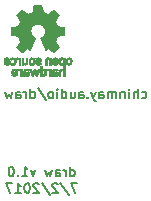
<source format=gbr>
G04 #@! TF.FileFunction,Legend,Bot*
%FSLAX46Y46*%
G04 Gerber Fmt 4.6, Leading zero omitted, Abs format (unit mm)*
G04 Created by KiCad (PCBNEW 4.0.5) date 2017 February 12, Sunday 18:02:01*
%MOMM*%
%LPD*%
G01*
G04 APERTURE LIST*
%ADD10C,0.100000*%
%ADD11C,0.200000*%
%ADD12C,0.010000*%
%ADD13C,1.300000*%
%ADD14R,2.100000X2.100000*%
%ADD15O,2.100000X2.100000*%
%ADD16R,2.900000X2.900000*%
%ADD17C,2.900000*%
%ADD18O,1.350000X1.650000*%
%ADD19O,1.950000X1.400000*%
%ADD20C,2.600000*%
G04 APERTURE END LIST*
D10*
D11*
X67011248Y-124160005D02*
X67011248Y-123360005D01*
X67011248Y-124121910D02*
X67087438Y-124160005D01*
X67239819Y-124160005D01*
X67316010Y-124121910D01*
X67354105Y-124083814D01*
X67392200Y-124007624D01*
X67392200Y-123779052D01*
X67354105Y-123702862D01*
X67316010Y-123664767D01*
X67239819Y-123626671D01*
X67087438Y-123626671D01*
X67011248Y-123664767D01*
X66630295Y-124160005D02*
X66630295Y-123626671D01*
X66630295Y-123779052D02*
X66592200Y-123702862D01*
X66554104Y-123664767D01*
X66477914Y-123626671D01*
X66401723Y-123626671D01*
X65792200Y-124160005D02*
X65792200Y-123740957D01*
X65830295Y-123664767D01*
X65906485Y-123626671D01*
X66058866Y-123626671D01*
X66135057Y-123664767D01*
X65792200Y-124121910D02*
X65868390Y-124160005D01*
X66058866Y-124160005D01*
X66135057Y-124121910D01*
X66173152Y-124045719D01*
X66173152Y-123969529D01*
X66135057Y-123893338D01*
X66058866Y-123855243D01*
X65868390Y-123855243D01*
X65792200Y-123817148D01*
X65487437Y-123626671D02*
X65335056Y-124160005D01*
X65182675Y-123779052D01*
X65030294Y-124160005D01*
X64877913Y-123626671D01*
X64039818Y-123626671D02*
X63849342Y-124160005D01*
X63658866Y-123626671D01*
X62935056Y-124160005D02*
X63392199Y-124160005D01*
X63163628Y-124160005D02*
X63163628Y-123360005D01*
X63239818Y-123474290D01*
X63316009Y-123550481D01*
X63392199Y-123588576D01*
X62592199Y-124083814D02*
X62554104Y-124121910D01*
X62592199Y-124160005D01*
X62630294Y-124121910D01*
X62592199Y-124083814D01*
X62592199Y-124160005D01*
X62058866Y-123360005D02*
X61982675Y-123360005D01*
X61906485Y-123398100D01*
X61868390Y-123436195D01*
X61830294Y-123512386D01*
X61792199Y-123664767D01*
X61792199Y-123855243D01*
X61830294Y-124007624D01*
X61868390Y-124083814D01*
X61906485Y-124121910D01*
X61982675Y-124160005D01*
X62058866Y-124160005D01*
X62135056Y-124121910D01*
X62173152Y-124083814D01*
X62211247Y-124007624D01*
X62249342Y-123855243D01*
X62249342Y-123664767D01*
X62211247Y-123512386D01*
X62173152Y-123436195D01*
X62135056Y-123398100D01*
X62058866Y-123360005D01*
X67601724Y-124760005D02*
X67068391Y-124760005D01*
X67411248Y-125560005D01*
X66192200Y-124721910D02*
X66877915Y-125750481D01*
X65963629Y-124836195D02*
X65925534Y-124798100D01*
X65849343Y-124760005D01*
X65658867Y-124760005D01*
X65582677Y-124798100D01*
X65544581Y-124836195D01*
X65506486Y-124912386D01*
X65506486Y-124988576D01*
X65544581Y-125102862D01*
X66001724Y-125560005D01*
X65506486Y-125560005D01*
X64592200Y-124721910D02*
X65277915Y-125750481D01*
X64363629Y-124836195D02*
X64325534Y-124798100D01*
X64249343Y-124760005D01*
X64058867Y-124760005D01*
X63982677Y-124798100D01*
X63944581Y-124836195D01*
X63906486Y-124912386D01*
X63906486Y-124988576D01*
X63944581Y-125102862D01*
X64401724Y-125560005D01*
X63906486Y-125560005D01*
X63411248Y-124760005D02*
X63335057Y-124760005D01*
X63258867Y-124798100D01*
X63220772Y-124836195D01*
X63182676Y-124912386D01*
X63144581Y-125064767D01*
X63144581Y-125255243D01*
X63182676Y-125407624D01*
X63220772Y-125483814D01*
X63258867Y-125521910D01*
X63335057Y-125560005D01*
X63411248Y-125560005D01*
X63487438Y-125521910D01*
X63525534Y-125483814D01*
X63563629Y-125407624D01*
X63601724Y-125255243D01*
X63601724Y-125064767D01*
X63563629Y-124912386D01*
X63525534Y-124836195D01*
X63487438Y-124798100D01*
X63411248Y-124760005D01*
X62382676Y-125560005D02*
X62839819Y-125560005D01*
X62611248Y-125560005D02*
X62611248Y-124760005D01*
X62687438Y-124874290D01*
X62763629Y-124950481D01*
X62839819Y-124988576D01*
X62116009Y-124760005D02*
X61582676Y-124760005D01*
X61925533Y-125560005D01*
X73062406Y-117506710D02*
X73138596Y-117544805D01*
X73290977Y-117544805D01*
X73367168Y-117506710D01*
X73405263Y-117468614D01*
X73443358Y-117392424D01*
X73443358Y-117163852D01*
X73405263Y-117087662D01*
X73367168Y-117049567D01*
X73290977Y-117011471D01*
X73138596Y-117011471D01*
X73062406Y-117049567D01*
X72719549Y-117544805D02*
X72719549Y-116744805D01*
X72376692Y-117544805D02*
X72376692Y-117125757D01*
X72414787Y-117049567D01*
X72490977Y-117011471D01*
X72605263Y-117011471D01*
X72681454Y-117049567D01*
X72719549Y-117087662D01*
X71995739Y-117544805D02*
X71995739Y-117011471D01*
X71995739Y-116744805D02*
X72033834Y-116782900D01*
X71995739Y-116820995D01*
X71957644Y-116782900D01*
X71995739Y-116744805D01*
X71995739Y-116820995D01*
X71614787Y-117011471D02*
X71614787Y-117544805D01*
X71614787Y-117087662D02*
X71576692Y-117049567D01*
X71500501Y-117011471D01*
X71386215Y-117011471D01*
X71310025Y-117049567D01*
X71271930Y-117125757D01*
X71271930Y-117544805D01*
X70890977Y-117544805D02*
X70890977Y-117011471D01*
X70890977Y-117087662D02*
X70852882Y-117049567D01*
X70776691Y-117011471D01*
X70662405Y-117011471D01*
X70586215Y-117049567D01*
X70548120Y-117125757D01*
X70548120Y-117544805D01*
X70548120Y-117125757D02*
X70510024Y-117049567D01*
X70433834Y-117011471D01*
X70319548Y-117011471D01*
X70243358Y-117049567D01*
X70205263Y-117125757D01*
X70205263Y-117544805D01*
X69481453Y-117544805D02*
X69481453Y-117125757D01*
X69519548Y-117049567D01*
X69595738Y-117011471D01*
X69748119Y-117011471D01*
X69824310Y-117049567D01*
X69481453Y-117506710D02*
X69557643Y-117544805D01*
X69748119Y-117544805D01*
X69824310Y-117506710D01*
X69862405Y-117430519D01*
X69862405Y-117354329D01*
X69824310Y-117278138D01*
X69748119Y-117240043D01*
X69557643Y-117240043D01*
X69481453Y-117201948D01*
X69176690Y-117011471D02*
X68986214Y-117544805D01*
X68795738Y-117011471D02*
X68986214Y-117544805D01*
X69062405Y-117735281D01*
X69100500Y-117773376D01*
X69176690Y-117811471D01*
X68490976Y-117468614D02*
X68452881Y-117506710D01*
X68490976Y-117544805D01*
X68529071Y-117506710D01*
X68490976Y-117468614D01*
X68490976Y-117544805D01*
X67767167Y-117544805D02*
X67767167Y-117125757D01*
X67805262Y-117049567D01*
X67881452Y-117011471D01*
X68033833Y-117011471D01*
X68110024Y-117049567D01*
X67767167Y-117506710D02*
X67843357Y-117544805D01*
X68033833Y-117544805D01*
X68110024Y-117506710D01*
X68148119Y-117430519D01*
X68148119Y-117354329D01*
X68110024Y-117278138D01*
X68033833Y-117240043D01*
X67843357Y-117240043D01*
X67767167Y-117201948D01*
X67043357Y-117011471D02*
X67043357Y-117544805D01*
X67386214Y-117011471D02*
X67386214Y-117430519D01*
X67348119Y-117506710D01*
X67271928Y-117544805D01*
X67157642Y-117544805D01*
X67081452Y-117506710D01*
X67043357Y-117468614D01*
X66319547Y-117544805D02*
X66319547Y-116744805D01*
X66319547Y-117506710D02*
X66395737Y-117544805D01*
X66548118Y-117544805D01*
X66624309Y-117506710D01*
X66662404Y-117468614D01*
X66700499Y-117392424D01*
X66700499Y-117163852D01*
X66662404Y-117087662D01*
X66624309Y-117049567D01*
X66548118Y-117011471D01*
X66395737Y-117011471D01*
X66319547Y-117049567D01*
X65938594Y-117544805D02*
X65938594Y-117011471D01*
X65938594Y-116744805D02*
X65976689Y-116782900D01*
X65938594Y-116820995D01*
X65900499Y-116782900D01*
X65938594Y-116744805D01*
X65938594Y-116820995D01*
X65443356Y-117544805D02*
X65519547Y-117506710D01*
X65557642Y-117468614D01*
X65595737Y-117392424D01*
X65595737Y-117163852D01*
X65557642Y-117087662D01*
X65519547Y-117049567D01*
X65443356Y-117011471D01*
X65329070Y-117011471D01*
X65252880Y-117049567D01*
X65214785Y-117087662D01*
X65176689Y-117163852D01*
X65176689Y-117392424D01*
X65214785Y-117468614D01*
X65252880Y-117506710D01*
X65329070Y-117544805D01*
X65443356Y-117544805D01*
X64262403Y-116706710D02*
X64948118Y-117735281D01*
X63652880Y-117544805D02*
X63652880Y-116744805D01*
X63652880Y-117506710D02*
X63729070Y-117544805D01*
X63881451Y-117544805D01*
X63957642Y-117506710D01*
X63995737Y-117468614D01*
X64033832Y-117392424D01*
X64033832Y-117163852D01*
X63995737Y-117087662D01*
X63957642Y-117049567D01*
X63881451Y-117011471D01*
X63729070Y-117011471D01*
X63652880Y-117049567D01*
X63271927Y-117544805D02*
X63271927Y-117011471D01*
X63271927Y-117163852D02*
X63233832Y-117087662D01*
X63195736Y-117049567D01*
X63119546Y-117011471D01*
X63043355Y-117011471D01*
X62433832Y-117544805D02*
X62433832Y-117125757D01*
X62471927Y-117049567D01*
X62548117Y-117011471D01*
X62700498Y-117011471D01*
X62776689Y-117049567D01*
X62433832Y-117506710D02*
X62510022Y-117544805D01*
X62700498Y-117544805D01*
X62776689Y-117506710D01*
X62814784Y-117430519D01*
X62814784Y-117354329D01*
X62776689Y-117278138D01*
X62700498Y-117240043D01*
X62510022Y-117240043D01*
X62433832Y-117201948D01*
X62129069Y-117011471D02*
X61976688Y-117544805D01*
X61824307Y-117163852D01*
X61671926Y-117544805D01*
X61519545Y-117011471D01*
D12*
G36*
X66170759Y-114118184D02*
X66144247Y-114131282D01*
X66111553Y-114154106D01*
X66087725Y-114178996D01*
X66071406Y-114210249D01*
X66061240Y-114252166D01*
X66055872Y-114309044D01*
X66053944Y-114385184D01*
X66053831Y-114417917D01*
X66054161Y-114489656D01*
X66055527Y-114540927D01*
X66058500Y-114576404D01*
X66063649Y-114600763D01*
X66071543Y-114618680D01*
X66079757Y-114630902D01*
X66132187Y-114682905D01*
X66193930Y-114714184D01*
X66260536Y-114723592D01*
X66327558Y-114709980D01*
X66348792Y-114700354D01*
X66399624Y-114673859D01*
X66399624Y-115089052D01*
X66362525Y-115069868D01*
X66313643Y-115055025D01*
X66253561Y-115051222D01*
X66193564Y-115058243D01*
X66148256Y-115074013D01*
X66110675Y-115104047D01*
X66078564Y-115147024D01*
X66076150Y-115151436D01*
X66065967Y-115172221D01*
X66058530Y-115193170D01*
X66053411Y-115218548D01*
X66050181Y-115252618D01*
X66048413Y-115299641D01*
X66047677Y-115363882D01*
X66047544Y-115436176D01*
X66047544Y-115666822D01*
X66185861Y-115666822D01*
X66185861Y-115241533D01*
X66224549Y-115208979D01*
X66264738Y-115182940D01*
X66302797Y-115178205D01*
X66341066Y-115190389D01*
X66361462Y-115202320D01*
X66376642Y-115219313D01*
X66387438Y-115244995D01*
X66394683Y-115282991D01*
X66399208Y-115336926D01*
X66401844Y-115410425D01*
X66402772Y-115459347D01*
X66405911Y-115660535D01*
X66471926Y-115664336D01*
X66537940Y-115668136D01*
X66537940Y-114419650D01*
X66399624Y-114419650D01*
X66396097Y-114489254D01*
X66384215Y-114537569D01*
X66362020Y-114567631D01*
X66327559Y-114582471D01*
X66292742Y-114585436D01*
X66253329Y-114582028D01*
X66227171Y-114568617D01*
X66210814Y-114550896D01*
X66197937Y-114531835D01*
X66190272Y-114510601D01*
X66186861Y-114480849D01*
X66186749Y-114436236D01*
X66187897Y-114398880D01*
X66190532Y-114342604D01*
X66194456Y-114305658D01*
X66201063Y-114282223D01*
X66211749Y-114266480D01*
X66221833Y-114257380D01*
X66263970Y-114237537D01*
X66313840Y-114234332D01*
X66342476Y-114241168D01*
X66370828Y-114265464D01*
X66389609Y-114312728D01*
X66398712Y-114382624D01*
X66399624Y-114419650D01*
X66537940Y-114419650D01*
X66537940Y-114107614D01*
X66468782Y-114107614D01*
X66427260Y-114109256D01*
X66405838Y-114115087D01*
X66399626Y-114126461D01*
X66399624Y-114126798D01*
X66396742Y-114137938D01*
X66384030Y-114136673D01*
X66358757Y-114124433D01*
X66299869Y-114105707D01*
X66233615Y-114103739D01*
X66170759Y-114118184D01*
X66170759Y-114118184D01*
G37*
X66170759Y-114118184D02*
X66144247Y-114131282D01*
X66111553Y-114154106D01*
X66087725Y-114178996D01*
X66071406Y-114210249D01*
X66061240Y-114252166D01*
X66055872Y-114309044D01*
X66053944Y-114385184D01*
X66053831Y-114417917D01*
X66054161Y-114489656D01*
X66055527Y-114540927D01*
X66058500Y-114576404D01*
X66063649Y-114600763D01*
X66071543Y-114618680D01*
X66079757Y-114630902D01*
X66132187Y-114682905D01*
X66193930Y-114714184D01*
X66260536Y-114723592D01*
X66327558Y-114709980D01*
X66348792Y-114700354D01*
X66399624Y-114673859D01*
X66399624Y-115089052D01*
X66362525Y-115069868D01*
X66313643Y-115055025D01*
X66253561Y-115051222D01*
X66193564Y-115058243D01*
X66148256Y-115074013D01*
X66110675Y-115104047D01*
X66078564Y-115147024D01*
X66076150Y-115151436D01*
X66065967Y-115172221D01*
X66058530Y-115193170D01*
X66053411Y-115218548D01*
X66050181Y-115252618D01*
X66048413Y-115299641D01*
X66047677Y-115363882D01*
X66047544Y-115436176D01*
X66047544Y-115666822D01*
X66185861Y-115666822D01*
X66185861Y-115241533D01*
X66224549Y-115208979D01*
X66264738Y-115182940D01*
X66302797Y-115178205D01*
X66341066Y-115190389D01*
X66361462Y-115202320D01*
X66376642Y-115219313D01*
X66387438Y-115244995D01*
X66394683Y-115282991D01*
X66399208Y-115336926D01*
X66401844Y-115410425D01*
X66402772Y-115459347D01*
X66405911Y-115660535D01*
X66471926Y-115664336D01*
X66537940Y-115668136D01*
X66537940Y-114419650D01*
X66399624Y-114419650D01*
X66396097Y-114489254D01*
X66384215Y-114537569D01*
X66362020Y-114567631D01*
X66327559Y-114582471D01*
X66292742Y-114585436D01*
X66253329Y-114582028D01*
X66227171Y-114568617D01*
X66210814Y-114550896D01*
X66197937Y-114531835D01*
X66190272Y-114510601D01*
X66186861Y-114480849D01*
X66186749Y-114436236D01*
X66187897Y-114398880D01*
X66190532Y-114342604D01*
X66194456Y-114305658D01*
X66201063Y-114282223D01*
X66211749Y-114266480D01*
X66221833Y-114257380D01*
X66263970Y-114237537D01*
X66313840Y-114234332D01*
X66342476Y-114241168D01*
X66370828Y-114265464D01*
X66389609Y-114312728D01*
X66398712Y-114382624D01*
X66399624Y-114419650D01*
X66537940Y-114419650D01*
X66537940Y-114107614D01*
X66468782Y-114107614D01*
X66427260Y-114109256D01*
X66405838Y-114115087D01*
X66399626Y-114126461D01*
X66399624Y-114126798D01*
X66396742Y-114137938D01*
X66384030Y-114136673D01*
X66358757Y-114124433D01*
X66299869Y-114105707D01*
X66233615Y-114103739D01*
X66170759Y-114118184D01*
G36*
X65646210Y-115055555D02*
X65587055Y-115071339D01*
X65542023Y-115099948D01*
X65510246Y-115137419D01*
X65500366Y-115153411D01*
X65493073Y-115170163D01*
X65487974Y-115191592D01*
X65484679Y-115221616D01*
X65482797Y-115264154D01*
X65481937Y-115323122D01*
X65481707Y-115402440D01*
X65481703Y-115423484D01*
X65481703Y-115666822D01*
X65542059Y-115666822D01*
X65580557Y-115664126D01*
X65609023Y-115657295D01*
X65616155Y-115653083D01*
X65635652Y-115645813D01*
X65655566Y-115653083D01*
X65688353Y-115662160D01*
X65735978Y-115665813D01*
X65788764Y-115664228D01*
X65837036Y-115657589D01*
X65865218Y-115649072D01*
X65919753Y-115614063D01*
X65953835Y-115565479D01*
X65969157Y-115500882D01*
X65969299Y-115499223D01*
X65967955Y-115470566D01*
X65846356Y-115470566D01*
X65835726Y-115503161D01*
X65818410Y-115521505D01*
X65783652Y-115535379D01*
X65737773Y-115540917D01*
X65690988Y-115538191D01*
X65653514Y-115527274D01*
X65643015Y-115520269D01*
X65624668Y-115487904D01*
X65620020Y-115451111D01*
X65620020Y-115402763D01*
X65689582Y-115402763D01*
X65755667Y-115407850D01*
X65805764Y-115422263D01*
X65836929Y-115444729D01*
X65846356Y-115470566D01*
X65967955Y-115470566D01*
X65965987Y-115428647D01*
X65942710Y-115372845D01*
X65898948Y-115330647D01*
X65892899Y-115326808D01*
X65866907Y-115314309D01*
X65834735Y-115306740D01*
X65789760Y-115303061D01*
X65736331Y-115302216D01*
X65620020Y-115302169D01*
X65620020Y-115253411D01*
X65624953Y-115215581D01*
X65637543Y-115190236D01*
X65639017Y-115188887D01*
X65667034Y-115177800D01*
X65709326Y-115173503D01*
X65756064Y-115175615D01*
X65797418Y-115183756D01*
X65821957Y-115195965D01*
X65835253Y-115205746D01*
X65849294Y-115207613D01*
X65868671Y-115199600D01*
X65897976Y-115179739D01*
X65941803Y-115146063D01*
X65945825Y-115142909D01*
X65943764Y-115131236D01*
X65926568Y-115111822D01*
X65900433Y-115090248D01*
X65871552Y-115072096D01*
X65862478Y-115067809D01*
X65829380Y-115059256D01*
X65780880Y-115053155D01*
X65726695Y-115050708D01*
X65724161Y-115050703D01*
X65646210Y-115055555D01*
X65646210Y-115055555D01*
G37*
X65646210Y-115055555D02*
X65587055Y-115071339D01*
X65542023Y-115099948D01*
X65510246Y-115137419D01*
X65500366Y-115153411D01*
X65493073Y-115170163D01*
X65487974Y-115191592D01*
X65484679Y-115221616D01*
X65482797Y-115264154D01*
X65481937Y-115323122D01*
X65481707Y-115402440D01*
X65481703Y-115423484D01*
X65481703Y-115666822D01*
X65542059Y-115666822D01*
X65580557Y-115664126D01*
X65609023Y-115657295D01*
X65616155Y-115653083D01*
X65635652Y-115645813D01*
X65655566Y-115653083D01*
X65688353Y-115662160D01*
X65735978Y-115665813D01*
X65788764Y-115664228D01*
X65837036Y-115657589D01*
X65865218Y-115649072D01*
X65919753Y-115614063D01*
X65953835Y-115565479D01*
X65969157Y-115500882D01*
X65969299Y-115499223D01*
X65967955Y-115470566D01*
X65846356Y-115470566D01*
X65835726Y-115503161D01*
X65818410Y-115521505D01*
X65783652Y-115535379D01*
X65737773Y-115540917D01*
X65690988Y-115538191D01*
X65653514Y-115527274D01*
X65643015Y-115520269D01*
X65624668Y-115487904D01*
X65620020Y-115451111D01*
X65620020Y-115402763D01*
X65689582Y-115402763D01*
X65755667Y-115407850D01*
X65805764Y-115422263D01*
X65836929Y-115444729D01*
X65846356Y-115470566D01*
X65967955Y-115470566D01*
X65965987Y-115428647D01*
X65942710Y-115372845D01*
X65898948Y-115330647D01*
X65892899Y-115326808D01*
X65866907Y-115314309D01*
X65834735Y-115306740D01*
X65789760Y-115303061D01*
X65736331Y-115302216D01*
X65620020Y-115302169D01*
X65620020Y-115253411D01*
X65624953Y-115215581D01*
X65637543Y-115190236D01*
X65639017Y-115188887D01*
X65667034Y-115177800D01*
X65709326Y-115173503D01*
X65756064Y-115175615D01*
X65797418Y-115183756D01*
X65821957Y-115195965D01*
X65835253Y-115205746D01*
X65849294Y-115207613D01*
X65868671Y-115199600D01*
X65897976Y-115179739D01*
X65941803Y-115146063D01*
X65945825Y-115142909D01*
X65943764Y-115131236D01*
X65926568Y-115111822D01*
X65900433Y-115090248D01*
X65871552Y-115072096D01*
X65862478Y-115067809D01*
X65829380Y-115059256D01*
X65780880Y-115053155D01*
X65726695Y-115050708D01*
X65724161Y-115050703D01*
X65646210Y-115055555D01*
G36*
X65255356Y-115052020D02*
X65236539Y-115057660D01*
X65230473Y-115070053D01*
X65230218Y-115075647D01*
X65229129Y-115091230D01*
X65221632Y-115093676D01*
X65201381Y-115082993D01*
X65189351Y-115075694D01*
X65151400Y-115060063D01*
X65106072Y-115052334D01*
X65058544Y-115051740D01*
X65013995Y-115057513D01*
X64977602Y-115068884D01*
X64954543Y-115085088D01*
X64949996Y-115105355D01*
X64952291Y-115110843D01*
X64969020Y-115133626D01*
X64994963Y-115161647D01*
X64999655Y-115166177D01*
X65024383Y-115187005D01*
X65045718Y-115193735D01*
X65075555Y-115189038D01*
X65087508Y-115185917D01*
X65124705Y-115178421D01*
X65150859Y-115181792D01*
X65172946Y-115193681D01*
X65193178Y-115209635D01*
X65208079Y-115229700D01*
X65218434Y-115257702D01*
X65225029Y-115297467D01*
X65228649Y-115352823D01*
X65230078Y-115427594D01*
X65230218Y-115472740D01*
X65230218Y-115666822D01*
X65355960Y-115666822D01*
X65355960Y-115050683D01*
X65293089Y-115050683D01*
X65255356Y-115052020D01*
X65255356Y-115052020D01*
G37*
X65255356Y-115052020D02*
X65236539Y-115057660D01*
X65230473Y-115070053D01*
X65230218Y-115075647D01*
X65229129Y-115091230D01*
X65221632Y-115093676D01*
X65201381Y-115082993D01*
X65189351Y-115075694D01*
X65151400Y-115060063D01*
X65106072Y-115052334D01*
X65058544Y-115051740D01*
X65013995Y-115057513D01*
X64977602Y-115068884D01*
X64954543Y-115085088D01*
X64949996Y-115105355D01*
X64952291Y-115110843D01*
X64969020Y-115133626D01*
X64994963Y-115161647D01*
X64999655Y-115166177D01*
X65024383Y-115187005D01*
X65045718Y-115193735D01*
X65075555Y-115189038D01*
X65087508Y-115185917D01*
X65124705Y-115178421D01*
X65150859Y-115181792D01*
X65172946Y-115193681D01*
X65193178Y-115209635D01*
X65208079Y-115229700D01*
X65218434Y-115257702D01*
X65225029Y-115297467D01*
X65228649Y-115352823D01*
X65230078Y-115427594D01*
X65230218Y-115472740D01*
X65230218Y-115666822D01*
X65355960Y-115666822D01*
X65355960Y-115050683D01*
X65293089Y-115050683D01*
X65255356Y-115052020D01*
G36*
X64463188Y-115666822D02*
X64532346Y-115666822D01*
X64572488Y-115665645D01*
X64593394Y-115660772D01*
X64600922Y-115650186D01*
X64601505Y-115643029D01*
X64602774Y-115628676D01*
X64610779Y-115625923D01*
X64631815Y-115634771D01*
X64648173Y-115643029D01*
X64710977Y-115662597D01*
X64779248Y-115663729D01*
X64834752Y-115649135D01*
X64886438Y-115613877D01*
X64925838Y-115561835D01*
X64947413Y-115500450D01*
X64947962Y-115497018D01*
X64951167Y-115459571D01*
X64952761Y-115405813D01*
X64952633Y-115365155D01*
X64815279Y-115365155D01*
X64812097Y-115419194D01*
X64804859Y-115463735D01*
X64795060Y-115488888D01*
X64757989Y-115523260D01*
X64713974Y-115535582D01*
X64668584Y-115525618D01*
X64629797Y-115495895D01*
X64615108Y-115475905D01*
X64606519Y-115452050D01*
X64602496Y-115417230D01*
X64601505Y-115364930D01*
X64603278Y-115313139D01*
X64607963Y-115267634D01*
X64614603Y-115237181D01*
X64615710Y-115234452D01*
X64642491Y-115202000D01*
X64681579Y-115184183D01*
X64725315Y-115181306D01*
X64766038Y-115193674D01*
X64796087Y-115221593D01*
X64799204Y-115227148D01*
X64808961Y-115261022D01*
X64814277Y-115309728D01*
X64815279Y-115365155D01*
X64952633Y-115365155D01*
X64952568Y-115344540D01*
X64951664Y-115311563D01*
X64945514Y-115229981D01*
X64932733Y-115168730D01*
X64911471Y-115123449D01*
X64879878Y-115089779D01*
X64849207Y-115070014D01*
X64806354Y-115056120D01*
X64753056Y-115051354D01*
X64698480Y-115055236D01*
X64651792Y-115067282D01*
X64627124Y-115081693D01*
X64601505Y-115104878D01*
X64601505Y-114811773D01*
X64463188Y-114811773D01*
X64463188Y-115666822D01*
X64463188Y-115666822D01*
G37*
X64463188Y-115666822D02*
X64532346Y-115666822D01*
X64572488Y-115665645D01*
X64593394Y-115660772D01*
X64600922Y-115650186D01*
X64601505Y-115643029D01*
X64602774Y-115628676D01*
X64610779Y-115625923D01*
X64631815Y-115634771D01*
X64648173Y-115643029D01*
X64710977Y-115662597D01*
X64779248Y-115663729D01*
X64834752Y-115649135D01*
X64886438Y-115613877D01*
X64925838Y-115561835D01*
X64947413Y-115500450D01*
X64947962Y-115497018D01*
X64951167Y-115459571D01*
X64952761Y-115405813D01*
X64952633Y-115365155D01*
X64815279Y-115365155D01*
X64812097Y-115419194D01*
X64804859Y-115463735D01*
X64795060Y-115488888D01*
X64757989Y-115523260D01*
X64713974Y-115535582D01*
X64668584Y-115525618D01*
X64629797Y-115495895D01*
X64615108Y-115475905D01*
X64606519Y-115452050D01*
X64602496Y-115417230D01*
X64601505Y-115364930D01*
X64603278Y-115313139D01*
X64607963Y-115267634D01*
X64614603Y-115237181D01*
X64615710Y-115234452D01*
X64642491Y-115202000D01*
X64681579Y-115184183D01*
X64725315Y-115181306D01*
X64766038Y-115193674D01*
X64796087Y-115221593D01*
X64799204Y-115227148D01*
X64808961Y-115261022D01*
X64814277Y-115309728D01*
X64815279Y-115365155D01*
X64952633Y-115365155D01*
X64952568Y-115344540D01*
X64951664Y-115311563D01*
X64945514Y-115229981D01*
X64932733Y-115168730D01*
X64911471Y-115123449D01*
X64879878Y-115089779D01*
X64849207Y-115070014D01*
X64806354Y-115056120D01*
X64753056Y-115051354D01*
X64698480Y-115055236D01*
X64651792Y-115067282D01*
X64627124Y-115081693D01*
X64601505Y-115104878D01*
X64601505Y-114811773D01*
X64463188Y-114811773D01*
X64463188Y-115666822D01*
G36*
X63980476Y-115053237D02*
X63930745Y-115056971D01*
X63800709Y-115446773D01*
X63780322Y-115377614D01*
X63768054Y-115334874D01*
X63751915Y-115277115D01*
X63734488Y-115213625D01*
X63725274Y-115179570D01*
X63690612Y-115050683D01*
X63547609Y-115050683D01*
X63590354Y-115185857D01*
X63611404Y-115252342D01*
X63636833Y-115332539D01*
X63663390Y-115416193D01*
X63687098Y-115490782D01*
X63741098Y-115660535D01*
X63799402Y-115664328D01*
X63857705Y-115668122D01*
X63889321Y-115563734D01*
X63908818Y-115498889D01*
X63930096Y-115427400D01*
X63948692Y-115364263D01*
X63949426Y-115361750D01*
X63963316Y-115318969D01*
X63975571Y-115289779D01*
X63984154Y-115278741D01*
X63985918Y-115280018D01*
X63992109Y-115297130D01*
X64003872Y-115333787D01*
X64019775Y-115385378D01*
X64038386Y-115447294D01*
X64048457Y-115481352D01*
X64102993Y-115666822D01*
X64218736Y-115666822D01*
X64311263Y-115374471D01*
X64337256Y-115292462D01*
X64360934Y-115217987D01*
X64381180Y-115154544D01*
X64396874Y-115105632D01*
X64406898Y-115074749D01*
X64409945Y-115065726D01*
X64407533Y-115056487D01*
X64388592Y-115052441D01*
X64349177Y-115052846D01*
X64343007Y-115053152D01*
X64269914Y-115056971D01*
X64222043Y-115233010D01*
X64204447Y-115297211D01*
X64188723Y-115353649D01*
X64176254Y-115397422D01*
X64168426Y-115423630D01*
X64166980Y-115427903D01*
X64160986Y-115422990D01*
X64148899Y-115397532D01*
X64132107Y-115354997D01*
X64111997Y-115298850D01*
X64094997Y-115248130D01*
X64030206Y-115049504D01*
X63980476Y-115053237D01*
X63980476Y-115053237D01*
G37*
X63980476Y-115053237D02*
X63930745Y-115056971D01*
X63800709Y-115446773D01*
X63780322Y-115377614D01*
X63768054Y-115334874D01*
X63751915Y-115277115D01*
X63734488Y-115213625D01*
X63725274Y-115179570D01*
X63690612Y-115050683D01*
X63547609Y-115050683D01*
X63590354Y-115185857D01*
X63611404Y-115252342D01*
X63636833Y-115332539D01*
X63663390Y-115416193D01*
X63687098Y-115490782D01*
X63741098Y-115660535D01*
X63799402Y-115664328D01*
X63857705Y-115668122D01*
X63889321Y-115563734D01*
X63908818Y-115498889D01*
X63930096Y-115427400D01*
X63948692Y-115364263D01*
X63949426Y-115361750D01*
X63963316Y-115318969D01*
X63975571Y-115289779D01*
X63984154Y-115278741D01*
X63985918Y-115280018D01*
X63992109Y-115297130D01*
X64003872Y-115333787D01*
X64019775Y-115385378D01*
X64038386Y-115447294D01*
X64048457Y-115481352D01*
X64102993Y-115666822D01*
X64218736Y-115666822D01*
X64311263Y-115374471D01*
X64337256Y-115292462D01*
X64360934Y-115217987D01*
X64381180Y-115154544D01*
X64396874Y-115105632D01*
X64406898Y-115074749D01*
X64409945Y-115065726D01*
X64407533Y-115056487D01*
X64388592Y-115052441D01*
X64349177Y-115052846D01*
X64343007Y-115053152D01*
X64269914Y-115056971D01*
X64222043Y-115233010D01*
X64204447Y-115297211D01*
X64188723Y-115353649D01*
X64176254Y-115397422D01*
X64168426Y-115423630D01*
X64166980Y-115427903D01*
X64160986Y-115422990D01*
X64148899Y-115397532D01*
X64132107Y-115354997D01*
X64111997Y-115298850D01*
X64094997Y-115248130D01*
X64030206Y-115049504D01*
X63980476Y-115053237D01*
G36*
X63223589Y-115054417D02*
X63170589Y-115067290D01*
X63155269Y-115074110D01*
X63125572Y-115091974D01*
X63102780Y-115112093D01*
X63085917Y-115137962D01*
X63074002Y-115173073D01*
X63066058Y-115220920D01*
X63061106Y-115284996D01*
X63058169Y-115368794D01*
X63057053Y-115424768D01*
X63052948Y-115666822D01*
X63123068Y-115666822D01*
X63165607Y-115665038D01*
X63187524Y-115658942D01*
X63193188Y-115648706D01*
X63196179Y-115637637D01*
X63209549Y-115639754D01*
X63227767Y-115648629D01*
X63273376Y-115662233D01*
X63331993Y-115665899D01*
X63393646Y-115659903D01*
X63448362Y-115644521D01*
X63453270Y-115642386D01*
X63503277Y-115607255D01*
X63536244Y-115558419D01*
X63551413Y-115501333D01*
X63550254Y-115480824D01*
X63426492Y-115480824D01*
X63415587Y-115508425D01*
X63383255Y-115528204D01*
X63331090Y-115538819D01*
X63303213Y-115540228D01*
X63256753Y-115536620D01*
X63225871Y-115522597D01*
X63218336Y-115515931D01*
X63197924Y-115479666D01*
X63193188Y-115446773D01*
X63193188Y-115402763D01*
X63254487Y-115402763D01*
X63325744Y-115406395D01*
X63375724Y-115417818D01*
X63407304Y-115437824D01*
X63414374Y-115446743D01*
X63426492Y-115480824D01*
X63550254Y-115480824D01*
X63548029Y-115441456D01*
X63525337Y-115384244D01*
X63494376Y-115345580D01*
X63475624Y-115328864D01*
X63457267Y-115317878D01*
X63433381Y-115311180D01*
X63398043Y-115307326D01*
X63345331Y-115304873D01*
X63324423Y-115304168D01*
X63193188Y-115299879D01*
X63193380Y-115260158D01*
X63198463Y-115218405D01*
X63216838Y-115193158D01*
X63253961Y-115177030D01*
X63254957Y-115176742D01*
X63307590Y-115170400D01*
X63359094Y-115178684D01*
X63397370Y-115198827D01*
X63412728Y-115208773D01*
X63429270Y-115207397D01*
X63454725Y-115192987D01*
X63469672Y-115182817D01*
X63498909Y-115161088D01*
X63517020Y-115144800D01*
X63519926Y-115140137D01*
X63507960Y-115116005D01*
X63472604Y-115087185D01*
X63457247Y-115077461D01*
X63413099Y-115060714D01*
X63353602Y-115051227D01*
X63287513Y-115049095D01*
X63223589Y-115054417D01*
X63223589Y-115054417D01*
G37*
X63223589Y-115054417D02*
X63170589Y-115067290D01*
X63155269Y-115074110D01*
X63125572Y-115091974D01*
X63102780Y-115112093D01*
X63085917Y-115137962D01*
X63074002Y-115173073D01*
X63066058Y-115220920D01*
X63061106Y-115284996D01*
X63058169Y-115368794D01*
X63057053Y-115424768D01*
X63052948Y-115666822D01*
X63123068Y-115666822D01*
X63165607Y-115665038D01*
X63187524Y-115658942D01*
X63193188Y-115648706D01*
X63196179Y-115637637D01*
X63209549Y-115639754D01*
X63227767Y-115648629D01*
X63273376Y-115662233D01*
X63331993Y-115665899D01*
X63393646Y-115659903D01*
X63448362Y-115644521D01*
X63453270Y-115642386D01*
X63503277Y-115607255D01*
X63536244Y-115558419D01*
X63551413Y-115501333D01*
X63550254Y-115480824D01*
X63426492Y-115480824D01*
X63415587Y-115508425D01*
X63383255Y-115528204D01*
X63331090Y-115538819D01*
X63303213Y-115540228D01*
X63256753Y-115536620D01*
X63225871Y-115522597D01*
X63218336Y-115515931D01*
X63197924Y-115479666D01*
X63193188Y-115446773D01*
X63193188Y-115402763D01*
X63254487Y-115402763D01*
X63325744Y-115406395D01*
X63375724Y-115417818D01*
X63407304Y-115437824D01*
X63414374Y-115446743D01*
X63426492Y-115480824D01*
X63550254Y-115480824D01*
X63548029Y-115441456D01*
X63525337Y-115384244D01*
X63494376Y-115345580D01*
X63475624Y-115328864D01*
X63457267Y-115317878D01*
X63433381Y-115311180D01*
X63398043Y-115307326D01*
X63345331Y-115304873D01*
X63324423Y-115304168D01*
X63193188Y-115299879D01*
X63193380Y-115260158D01*
X63198463Y-115218405D01*
X63216838Y-115193158D01*
X63253961Y-115177030D01*
X63254957Y-115176742D01*
X63307590Y-115170400D01*
X63359094Y-115178684D01*
X63397370Y-115198827D01*
X63412728Y-115208773D01*
X63429270Y-115207397D01*
X63454725Y-115192987D01*
X63469672Y-115182817D01*
X63498909Y-115161088D01*
X63517020Y-115144800D01*
X63519926Y-115140137D01*
X63507960Y-115116005D01*
X63472604Y-115087185D01*
X63457247Y-115077461D01*
X63413099Y-115060714D01*
X63353602Y-115051227D01*
X63287513Y-115049095D01*
X63223589Y-115054417D01*
G36*
X62626745Y-115050486D02*
X62578405Y-115060015D01*
X62550886Y-115074125D01*
X62521936Y-115097568D01*
X62563124Y-115149571D01*
X62588518Y-115181064D01*
X62605762Y-115196428D01*
X62622898Y-115198776D01*
X62647973Y-115191217D01*
X62659743Y-115186941D01*
X62707730Y-115180631D01*
X62751676Y-115194156D01*
X62783940Y-115224710D01*
X62789181Y-115234452D01*
X62794888Y-115260258D01*
X62799294Y-115307817D01*
X62802189Y-115373758D01*
X62803369Y-115454710D01*
X62803386Y-115466226D01*
X62803386Y-115666822D01*
X62941703Y-115666822D01*
X62941703Y-115050683D01*
X62872544Y-115050683D01*
X62832667Y-115051725D01*
X62811893Y-115056358D01*
X62804211Y-115066849D01*
X62803386Y-115076745D01*
X62803386Y-115102806D01*
X62770255Y-115076745D01*
X62732265Y-115058965D01*
X62681230Y-115050174D01*
X62626745Y-115050486D01*
X62626745Y-115050486D01*
G37*
X62626745Y-115050486D02*
X62578405Y-115060015D01*
X62550886Y-115074125D01*
X62521936Y-115097568D01*
X62563124Y-115149571D01*
X62588518Y-115181064D01*
X62605762Y-115196428D01*
X62622898Y-115198776D01*
X62647973Y-115191217D01*
X62659743Y-115186941D01*
X62707730Y-115180631D01*
X62751676Y-115194156D01*
X62783940Y-115224710D01*
X62789181Y-115234452D01*
X62794888Y-115260258D01*
X62799294Y-115307817D01*
X62802189Y-115373758D01*
X62803369Y-115454710D01*
X62803386Y-115466226D01*
X62803386Y-115666822D01*
X62941703Y-115666822D01*
X62941703Y-115050683D01*
X62872544Y-115050683D01*
X62832667Y-115051725D01*
X62811893Y-115056358D01*
X62804211Y-115066849D01*
X62803386Y-115076745D01*
X62803386Y-115102806D01*
X62770255Y-115076745D01*
X62732265Y-115058965D01*
X62681230Y-115050174D01*
X62626745Y-115050486D01*
G36*
X62229419Y-115053970D02*
X62169315Y-115069597D01*
X62118979Y-115101848D01*
X62094607Y-115125940D01*
X62054655Y-115182895D01*
X62031758Y-115248965D01*
X62023892Y-115330182D01*
X62023852Y-115336748D01*
X62023782Y-115402763D01*
X62403736Y-115402763D01*
X62395637Y-115437342D01*
X62381013Y-115468659D01*
X62355419Y-115501291D01*
X62350065Y-115506500D01*
X62304057Y-115534694D01*
X62251590Y-115539475D01*
X62191197Y-115520926D01*
X62180960Y-115515931D01*
X62149561Y-115500745D01*
X62128530Y-115492094D01*
X62124861Y-115491293D01*
X62112052Y-115499063D01*
X62087622Y-115518072D01*
X62075221Y-115528460D01*
X62049524Y-115552321D01*
X62041085Y-115568077D01*
X62046942Y-115582571D01*
X62050072Y-115586534D01*
X62071275Y-115603879D01*
X62106262Y-115624959D01*
X62130663Y-115637265D01*
X62199928Y-115658946D01*
X62276612Y-115665971D01*
X62349235Y-115657647D01*
X62369574Y-115651686D01*
X62432524Y-115617952D01*
X62479185Y-115566045D01*
X62509827Y-115495459D01*
X62524718Y-115405692D01*
X62526353Y-115358753D01*
X62521579Y-115290413D01*
X62401010Y-115290413D01*
X62389348Y-115295465D01*
X62358002Y-115299429D01*
X62312429Y-115301768D01*
X62281554Y-115302169D01*
X62226019Y-115301783D01*
X62190967Y-115299975D01*
X62171738Y-115295773D01*
X62163670Y-115288203D01*
X62162099Y-115277218D01*
X62172879Y-115243381D01*
X62200020Y-115209940D01*
X62235723Y-115184272D01*
X62271440Y-115173772D01*
X62319952Y-115183086D01*
X62361947Y-115210013D01*
X62391064Y-115248827D01*
X62401010Y-115290413D01*
X62521579Y-115290413D01*
X62519401Y-115259236D01*
X62497945Y-115179949D01*
X62461530Y-115120263D01*
X62409703Y-115079549D01*
X62342010Y-115057179D01*
X62305338Y-115052871D01*
X62229419Y-115053970D01*
X62229419Y-115053970D01*
G37*
X62229419Y-115053970D02*
X62169315Y-115069597D01*
X62118979Y-115101848D01*
X62094607Y-115125940D01*
X62054655Y-115182895D01*
X62031758Y-115248965D01*
X62023892Y-115330182D01*
X62023852Y-115336748D01*
X62023782Y-115402763D01*
X62403736Y-115402763D01*
X62395637Y-115437342D01*
X62381013Y-115468659D01*
X62355419Y-115501291D01*
X62350065Y-115506500D01*
X62304057Y-115534694D01*
X62251590Y-115539475D01*
X62191197Y-115520926D01*
X62180960Y-115515931D01*
X62149561Y-115500745D01*
X62128530Y-115492094D01*
X62124861Y-115491293D01*
X62112052Y-115499063D01*
X62087622Y-115518072D01*
X62075221Y-115528460D01*
X62049524Y-115552321D01*
X62041085Y-115568077D01*
X62046942Y-115582571D01*
X62050072Y-115586534D01*
X62071275Y-115603879D01*
X62106262Y-115624959D01*
X62130663Y-115637265D01*
X62199928Y-115658946D01*
X62276612Y-115665971D01*
X62349235Y-115657647D01*
X62369574Y-115651686D01*
X62432524Y-115617952D01*
X62479185Y-115566045D01*
X62509827Y-115495459D01*
X62524718Y-115405692D01*
X62526353Y-115358753D01*
X62521579Y-115290413D01*
X62401010Y-115290413D01*
X62389348Y-115295465D01*
X62358002Y-115299429D01*
X62312429Y-115301768D01*
X62281554Y-115302169D01*
X62226019Y-115301783D01*
X62190967Y-115299975D01*
X62171738Y-115295773D01*
X62163670Y-115288203D01*
X62162099Y-115277218D01*
X62172879Y-115243381D01*
X62200020Y-115209940D01*
X62235723Y-115184272D01*
X62271440Y-115173772D01*
X62319952Y-115183086D01*
X62361947Y-115210013D01*
X62391064Y-115248827D01*
X62401010Y-115290413D01*
X62521579Y-115290413D01*
X62519401Y-115259236D01*
X62497945Y-115179949D01*
X62461530Y-115120263D01*
X62409703Y-115079549D01*
X62342010Y-115057179D01*
X62305338Y-115052871D01*
X62229419Y-115053970D01*
G36*
X66800261Y-114114148D02*
X66734479Y-114143231D01*
X66684540Y-114191793D01*
X66650374Y-114259908D01*
X66631907Y-114347651D01*
X66630583Y-114361351D01*
X66629546Y-114457939D01*
X66642993Y-114542602D01*
X66670108Y-114611221D01*
X66684627Y-114633294D01*
X66735201Y-114680011D01*
X66799609Y-114710268D01*
X66871666Y-114722824D01*
X66945185Y-114716439D01*
X67001072Y-114696772D01*
X67049132Y-114663629D01*
X67088412Y-114620175D01*
X67089092Y-114619158D01*
X67105044Y-114592338D01*
X67115410Y-114565368D01*
X67121688Y-114531332D01*
X67125373Y-114483310D01*
X67126997Y-114443931D01*
X67127672Y-114408219D01*
X67001955Y-114408219D01*
X67000726Y-114443770D01*
X66996266Y-114491094D01*
X66988397Y-114521465D01*
X66974207Y-114543072D01*
X66960917Y-114555694D01*
X66913802Y-114582122D01*
X66864505Y-114585653D01*
X66818593Y-114566639D01*
X66795638Y-114545331D01*
X66779096Y-114523859D01*
X66769421Y-114503313D01*
X66765174Y-114476574D01*
X66764920Y-114436523D01*
X66766228Y-114399638D01*
X66769043Y-114346947D01*
X66773505Y-114312772D01*
X66781548Y-114290480D01*
X66795103Y-114273442D01*
X66805845Y-114263703D01*
X66850777Y-114238123D01*
X66899249Y-114236847D01*
X66939894Y-114251999D01*
X66974567Y-114283642D01*
X66995224Y-114335620D01*
X67001955Y-114408219D01*
X67127672Y-114408219D01*
X67128479Y-114365621D01*
X67125948Y-114307056D01*
X67118362Y-114263007D01*
X67104681Y-114228248D01*
X67083865Y-114197551D01*
X67076147Y-114188436D01*
X67027889Y-114143021D01*
X66976128Y-114116493D01*
X66912828Y-114105379D01*
X66881961Y-114104471D01*
X66800261Y-114114148D01*
X66800261Y-114114148D01*
G37*
X66800261Y-114114148D02*
X66734479Y-114143231D01*
X66684540Y-114191793D01*
X66650374Y-114259908D01*
X66631907Y-114347651D01*
X66630583Y-114361351D01*
X66629546Y-114457939D01*
X66642993Y-114542602D01*
X66670108Y-114611221D01*
X66684627Y-114633294D01*
X66735201Y-114680011D01*
X66799609Y-114710268D01*
X66871666Y-114722824D01*
X66945185Y-114716439D01*
X67001072Y-114696772D01*
X67049132Y-114663629D01*
X67088412Y-114620175D01*
X67089092Y-114619158D01*
X67105044Y-114592338D01*
X67115410Y-114565368D01*
X67121688Y-114531332D01*
X67125373Y-114483310D01*
X67126997Y-114443931D01*
X67127672Y-114408219D01*
X67001955Y-114408219D01*
X67000726Y-114443770D01*
X66996266Y-114491094D01*
X66988397Y-114521465D01*
X66974207Y-114543072D01*
X66960917Y-114555694D01*
X66913802Y-114582122D01*
X66864505Y-114585653D01*
X66818593Y-114566639D01*
X66795638Y-114545331D01*
X66779096Y-114523859D01*
X66769421Y-114503313D01*
X66765174Y-114476574D01*
X66764920Y-114436523D01*
X66766228Y-114399638D01*
X66769043Y-114346947D01*
X66773505Y-114312772D01*
X66781548Y-114290480D01*
X66795103Y-114273442D01*
X66805845Y-114263703D01*
X66850777Y-114238123D01*
X66899249Y-114236847D01*
X66939894Y-114251999D01*
X66974567Y-114283642D01*
X66995224Y-114335620D01*
X67001955Y-114408219D01*
X67127672Y-114408219D01*
X67128479Y-114365621D01*
X67125948Y-114307056D01*
X67118362Y-114263007D01*
X67104681Y-114228248D01*
X67083865Y-114197551D01*
X67076147Y-114188436D01*
X67027889Y-114143021D01*
X66976128Y-114116493D01*
X66912828Y-114105379D01*
X66881961Y-114104471D01*
X66800261Y-114114148D01*
G36*
X65618699Y-114121614D02*
X65606168Y-114127514D01*
X65562799Y-114159283D01*
X65521790Y-114205646D01*
X65491168Y-114256696D01*
X65482459Y-114280166D01*
X65474512Y-114322091D01*
X65469774Y-114372757D01*
X65469199Y-114393679D01*
X65469129Y-114459693D01*
X65849083Y-114459693D01*
X65840983Y-114494273D01*
X65821104Y-114535170D01*
X65786347Y-114570514D01*
X65744998Y-114593282D01*
X65718649Y-114598010D01*
X65682916Y-114592273D01*
X65640282Y-114577882D01*
X65625799Y-114571262D01*
X65572240Y-114544513D01*
X65526533Y-114579376D01*
X65500158Y-114602955D01*
X65486124Y-114622417D01*
X65485414Y-114628129D01*
X65497951Y-114641973D01*
X65525428Y-114663012D01*
X65550366Y-114679425D01*
X65617664Y-114708930D01*
X65693110Y-114722284D01*
X65767888Y-114718812D01*
X65827495Y-114700663D01*
X65888941Y-114661784D01*
X65932608Y-114610595D01*
X65959926Y-114544367D01*
X65972322Y-114460371D01*
X65973421Y-114421936D01*
X65969022Y-114333861D01*
X65968482Y-114331299D01*
X65842582Y-114331299D01*
X65839115Y-114339558D01*
X65824863Y-114344113D01*
X65795470Y-114346065D01*
X65746575Y-114346517D01*
X65727748Y-114346525D01*
X65670467Y-114345843D01*
X65634141Y-114343364D01*
X65614604Y-114338443D01*
X65607690Y-114330434D01*
X65607445Y-114327862D01*
X65615336Y-114307423D01*
X65635085Y-114278789D01*
X65643575Y-114268763D01*
X65675094Y-114240408D01*
X65707949Y-114229259D01*
X65725651Y-114228327D01*
X65773539Y-114239981D01*
X65813699Y-114271285D01*
X65839173Y-114316752D01*
X65839625Y-114318233D01*
X65842582Y-114331299D01*
X65968482Y-114331299D01*
X65954392Y-114264510D01*
X65928038Y-114209025D01*
X65895807Y-114169639D01*
X65836217Y-114126931D01*
X65766168Y-114104109D01*
X65691661Y-114102046D01*
X65618699Y-114121614D01*
X65618699Y-114121614D01*
G37*
X65618699Y-114121614D02*
X65606168Y-114127514D01*
X65562799Y-114159283D01*
X65521790Y-114205646D01*
X65491168Y-114256696D01*
X65482459Y-114280166D01*
X65474512Y-114322091D01*
X65469774Y-114372757D01*
X65469199Y-114393679D01*
X65469129Y-114459693D01*
X65849083Y-114459693D01*
X65840983Y-114494273D01*
X65821104Y-114535170D01*
X65786347Y-114570514D01*
X65744998Y-114593282D01*
X65718649Y-114598010D01*
X65682916Y-114592273D01*
X65640282Y-114577882D01*
X65625799Y-114571262D01*
X65572240Y-114544513D01*
X65526533Y-114579376D01*
X65500158Y-114602955D01*
X65486124Y-114622417D01*
X65485414Y-114628129D01*
X65497951Y-114641973D01*
X65525428Y-114663012D01*
X65550366Y-114679425D01*
X65617664Y-114708930D01*
X65693110Y-114722284D01*
X65767888Y-114718812D01*
X65827495Y-114700663D01*
X65888941Y-114661784D01*
X65932608Y-114610595D01*
X65959926Y-114544367D01*
X65972322Y-114460371D01*
X65973421Y-114421936D01*
X65969022Y-114333861D01*
X65968482Y-114331299D01*
X65842582Y-114331299D01*
X65839115Y-114339558D01*
X65824863Y-114344113D01*
X65795470Y-114346065D01*
X65746575Y-114346517D01*
X65727748Y-114346525D01*
X65670467Y-114345843D01*
X65634141Y-114343364D01*
X65614604Y-114338443D01*
X65607690Y-114330434D01*
X65607445Y-114327862D01*
X65615336Y-114307423D01*
X65635085Y-114278789D01*
X65643575Y-114268763D01*
X65675094Y-114240408D01*
X65707949Y-114229259D01*
X65725651Y-114228327D01*
X65773539Y-114239981D01*
X65813699Y-114271285D01*
X65839173Y-114316752D01*
X65839625Y-114318233D01*
X65842582Y-114331299D01*
X65968482Y-114331299D01*
X65954392Y-114264510D01*
X65928038Y-114209025D01*
X65895807Y-114169639D01*
X65836217Y-114126931D01*
X65766168Y-114104109D01*
X65691661Y-114102046D01*
X65618699Y-114121614D01*
G36*
X64247983Y-114105452D02*
X64200366Y-114114482D01*
X64150966Y-114133370D01*
X64145688Y-114135777D01*
X64108226Y-114155476D01*
X64082283Y-114173781D01*
X64073897Y-114185508D01*
X64081883Y-114204632D01*
X64101280Y-114232850D01*
X64109890Y-114243384D01*
X64145372Y-114284847D01*
X64191115Y-114257858D01*
X64234650Y-114239878D01*
X64284950Y-114230267D01*
X64333188Y-114229660D01*
X64370533Y-114238691D01*
X64379495Y-114244327D01*
X64396563Y-114270171D01*
X64398637Y-114299941D01*
X64385866Y-114323197D01*
X64378312Y-114327708D01*
X64355675Y-114333309D01*
X64315885Y-114339892D01*
X64266834Y-114346183D01*
X64257785Y-114347170D01*
X64179004Y-114360798D01*
X64121864Y-114383946D01*
X64083970Y-114418752D01*
X64062921Y-114467354D01*
X64056365Y-114526718D01*
X64065423Y-114594198D01*
X64094836Y-114647188D01*
X64144722Y-114685783D01*
X64215200Y-114710081D01*
X64293435Y-114719667D01*
X64357234Y-114719552D01*
X64408984Y-114710845D01*
X64444327Y-114698825D01*
X64488983Y-114677880D01*
X64530253Y-114653574D01*
X64544921Y-114642876D01*
X64582643Y-114612084D01*
X64537148Y-114566049D01*
X64491653Y-114520013D01*
X64439928Y-114554243D01*
X64388048Y-114579952D01*
X64332649Y-114593399D01*
X64279395Y-114594818D01*
X64233951Y-114584443D01*
X64201984Y-114562507D01*
X64191662Y-114543998D01*
X64193211Y-114514314D01*
X64218860Y-114491615D01*
X64268540Y-114475940D01*
X64322969Y-114468695D01*
X64406736Y-114454873D01*
X64468967Y-114428796D01*
X64510493Y-114389699D01*
X64532147Y-114336820D01*
X64535147Y-114274126D01*
X64520329Y-114208642D01*
X64486546Y-114159144D01*
X64433495Y-114125408D01*
X64360874Y-114107207D01*
X64307072Y-114103639D01*
X64247983Y-114105452D01*
X64247983Y-114105452D01*
G37*
X64247983Y-114105452D02*
X64200366Y-114114482D01*
X64150966Y-114133370D01*
X64145688Y-114135777D01*
X64108226Y-114155476D01*
X64082283Y-114173781D01*
X64073897Y-114185508D01*
X64081883Y-114204632D01*
X64101280Y-114232850D01*
X64109890Y-114243384D01*
X64145372Y-114284847D01*
X64191115Y-114257858D01*
X64234650Y-114239878D01*
X64284950Y-114230267D01*
X64333188Y-114229660D01*
X64370533Y-114238691D01*
X64379495Y-114244327D01*
X64396563Y-114270171D01*
X64398637Y-114299941D01*
X64385866Y-114323197D01*
X64378312Y-114327708D01*
X64355675Y-114333309D01*
X64315885Y-114339892D01*
X64266834Y-114346183D01*
X64257785Y-114347170D01*
X64179004Y-114360798D01*
X64121864Y-114383946D01*
X64083970Y-114418752D01*
X64062921Y-114467354D01*
X64056365Y-114526718D01*
X64065423Y-114594198D01*
X64094836Y-114647188D01*
X64144722Y-114685783D01*
X64215200Y-114710081D01*
X64293435Y-114719667D01*
X64357234Y-114719552D01*
X64408984Y-114710845D01*
X64444327Y-114698825D01*
X64488983Y-114677880D01*
X64530253Y-114653574D01*
X64544921Y-114642876D01*
X64582643Y-114612084D01*
X64537148Y-114566049D01*
X64491653Y-114520013D01*
X64439928Y-114554243D01*
X64388048Y-114579952D01*
X64332649Y-114593399D01*
X64279395Y-114594818D01*
X64233951Y-114584443D01*
X64201984Y-114562507D01*
X64191662Y-114543998D01*
X64193211Y-114514314D01*
X64218860Y-114491615D01*
X64268540Y-114475940D01*
X64322969Y-114468695D01*
X64406736Y-114454873D01*
X64468967Y-114428796D01*
X64510493Y-114389699D01*
X64532147Y-114336820D01*
X64535147Y-114274126D01*
X64520329Y-114208642D01*
X64486546Y-114159144D01*
X64433495Y-114125408D01*
X64360874Y-114107207D01*
X64307072Y-114103639D01*
X64247983Y-114105452D01*
G36*
X63651238Y-114115055D02*
X63587637Y-114149692D01*
X63537877Y-114204372D01*
X63514432Y-114248842D01*
X63504366Y-114288121D01*
X63497844Y-114344116D01*
X63495049Y-114408621D01*
X63496164Y-114473429D01*
X63501374Y-114530334D01*
X63507459Y-114560727D01*
X63527986Y-114602306D01*
X63563537Y-114646468D01*
X63606381Y-114685087D01*
X63648789Y-114710034D01*
X63649823Y-114710430D01*
X63702447Y-114721331D01*
X63764812Y-114721601D01*
X63824076Y-114711676D01*
X63846960Y-114703722D01*
X63905898Y-114670300D01*
X63948110Y-114626511D01*
X63975844Y-114568538D01*
X63991349Y-114492565D01*
X63994857Y-114452771D01*
X63994410Y-114402766D01*
X63859624Y-114402766D01*
X63855083Y-114475732D01*
X63842014Y-114531334D01*
X63821244Y-114566861D01*
X63806448Y-114577020D01*
X63768536Y-114584104D01*
X63723473Y-114582007D01*
X63684513Y-114571812D01*
X63674296Y-114566204D01*
X63647341Y-114533538D01*
X63629549Y-114483545D01*
X63621976Y-114422705D01*
X63625675Y-114357497D01*
X63633943Y-114318253D01*
X63657680Y-114272805D01*
X63695151Y-114244396D01*
X63740280Y-114234573D01*
X63786989Y-114244887D01*
X63822868Y-114270112D01*
X63841723Y-114290925D01*
X63852728Y-114311439D01*
X63857974Y-114339203D01*
X63859551Y-114381762D01*
X63859624Y-114402766D01*
X63994410Y-114402766D01*
X63993906Y-114346580D01*
X63976612Y-114259501D01*
X63942971Y-114191530D01*
X63892982Y-114142664D01*
X63826644Y-114112899D01*
X63812399Y-114109448D01*
X63726790Y-114101345D01*
X63651238Y-114115055D01*
X63651238Y-114115055D01*
G37*
X63651238Y-114115055D02*
X63587637Y-114149692D01*
X63537877Y-114204372D01*
X63514432Y-114248842D01*
X63504366Y-114288121D01*
X63497844Y-114344116D01*
X63495049Y-114408621D01*
X63496164Y-114473429D01*
X63501374Y-114530334D01*
X63507459Y-114560727D01*
X63527986Y-114602306D01*
X63563537Y-114646468D01*
X63606381Y-114685087D01*
X63648789Y-114710034D01*
X63649823Y-114710430D01*
X63702447Y-114721331D01*
X63764812Y-114721601D01*
X63824076Y-114711676D01*
X63846960Y-114703722D01*
X63905898Y-114670300D01*
X63948110Y-114626511D01*
X63975844Y-114568538D01*
X63991349Y-114492565D01*
X63994857Y-114452771D01*
X63994410Y-114402766D01*
X63859624Y-114402766D01*
X63855083Y-114475732D01*
X63842014Y-114531334D01*
X63821244Y-114566861D01*
X63806448Y-114577020D01*
X63768536Y-114584104D01*
X63723473Y-114582007D01*
X63684513Y-114571812D01*
X63674296Y-114566204D01*
X63647341Y-114533538D01*
X63629549Y-114483545D01*
X63621976Y-114422705D01*
X63625675Y-114357497D01*
X63633943Y-114318253D01*
X63657680Y-114272805D01*
X63695151Y-114244396D01*
X63740280Y-114234573D01*
X63786989Y-114244887D01*
X63822868Y-114270112D01*
X63841723Y-114290925D01*
X63852728Y-114311439D01*
X63857974Y-114339203D01*
X63859551Y-114381762D01*
X63859624Y-114402766D01*
X63994410Y-114402766D01*
X63993906Y-114346580D01*
X63976612Y-114259501D01*
X63942971Y-114191530D01*
X63892982Y-114142664D01*
X63826644Y-114112899D01*
X63812399Y-114109448D01*
X63726790Y-114101345D01*
X63651238Y-114115055D01*
G36*
X63268633Y-114303342D02*
X63267445Y-114395563D01*
X63263103Y-114465610D01*
X63254442Y-114516381D01*
X63240296Y-114550772D01*
X63219500Y-114571679D01*
X63190890Y-114582000D01*
X63155465Y-114584636D01*
X63118364Y-114581682D01*
X63090182Y-114570889D01*
X63069757Y-114549360D01*
X63055921Y-114514199D01*
X63047509Y-114462510D01*
X63043357Y-114391394D01*
X63042297Y-114303342D01*
X63042297Y-114107614D01*
X62903980Y-114107614D01*
X62903980Y-114711179D01*
X62973138Y-114711179D01*
X63014830Y-114709489D01*
X63036299Y-114703556D01*
X63042297Y-114692293D01*
X63045909Y-114682261D01*
X63060286Y-114684383D01*
X63089264Y-114698580D01*
X63155681Y-114720480D01*
X63226125Y-114718928D01*
X63293623Y-114695147D01*
X63325767Y-114676362D01*
X63350285Y-114656022D01*
X63368196Y-114630573D01*
X63380521Y-114596458D01*
X63388277Y-114550121D01*
X63392484Y-114488007D01*
X63394160Y-114406561D01*
X63394376Y-114343578D01*
X63394376Y-114107614D01*
X63268633Y-114107614D01*
X63268633Y-114303342D01*
X63268633Y-114303342D01*
G37*
X63268633Y-114303342D02*
X63267445Y-114395563D01*
X63263103Y-114465610D01*
X63254442Y-114516381D01*
X63240296Y-114550772D01*
X63219500Y-114571679D01*
X63190890Y-114582000D01*
X63155465Y-114584636D01*
X63118364Y-114581682D01*
X63090182Y-114570889D01*
X63069757Y-114549360D01*
X63055921Y-114514199D01*
X63047509Y-114462510D01*
X63043357Y-114391394D01*
X63042297Y-114303342D01*
X63042297Y-114107614D01*
X62903980Y-114107614D01*
X62903980Y-114711179D01*
X62973138Y-114711179D01*
X63014830Y-114709489D01*
X63036299Y-114703556D01*
X63042297Y-114692293D01*
X63045909Y-114682261D01*
X63060286Y-114684383D01*
X63089264Y-114698580D01*
X63155681Y-114720480D01*
X63226125Y-114718928D01*
X63293623Y-114695147D01*
X63325767Y-114676362D01*
X63350285Y-114656022D01*
X63368196Y-114630573D01*
X63380521Y-114596458D01*
X63388277Y-114550121D01*
X63392484Y-114488007D01*
X63394160Y-114406561D01*
X63394376Y-114343578D01*
X63394376Y-114107614D01*
X63268633Y-114107614D01*
X63268633Y-114303342D01*
G36*
X62044774Y-114112880D02*
X61971920Y-114143830D01*
X61948973Y-114158895D01*
X61919646Y-114182048D01*
X61901236Y-114200253D01*
X61898039Y-114206183D01*
X61907065Y-114219340D01*
X61930163Y-114241667D01*
X61948656Y-114257250D01*
X61999272Y-114297926D01*
X62039240Y-114264295D01*
X62070126Y-114242584D01*
X62100241Y-114235090D01*
X62134708Y-114236920D01*
X62189439Y-114250528D01*
X62227114Y-114278772D01*
X62250009Y-114324433D01*
X62260403Y-114390289D01*
X62260405Y-114390331D01*
X62259506Y-114463939D01*
X62245537Y-114517946D01*
X62217672Y-114554716D01*
X62198675Y-114567168D01*
X62148224Y-114582673D01*
X62094337Y-114582683D01*
X62047454Y-114567638D01*
X62036356Y-114560287D01*
X62008524Y-114541511D01*
X61986764Y-114538434D01*
X61963296Y-114552409D01*
X61937351Y-114577510D01*
X61896284Y-114619880D01*
X61941879Y-114657464D01*
X62012326Y-114699882D01*
X62091767Y-114720785D01*
X62174785Y-114719272D01*
X62229306Y-114705411D01*
X62293030Y-114671135D01*
X62343995Y-114617212D01*
X62367149Y-114579149D01*
X62385901Y-114524536D01*
X62395285Y-114455369D01*
X62395357Y-114380407D01*
X62386176Y-114308409D01*
X62367801Y-114248137D01*
X62364907Y-114241958D01*
X62322048Y-114181351D01*
X62264021Y-114137224D01*
X62195409Y-114110493D01*
X62120799Y-114102073D01*
X62044774Y-114112880D01*
X62044774Y-114112880D01*
G37*
X62044774Y-114112880D02*
X61971920Y-114143830D01*
X61948973Y-114158895D01*
X61919646Y-114182048D01*
X61901236Y-114200253D01*
X61898039Y-114206183D01*
X61907065Y-114219340D01*
X61930163Y-114241667D01*
X61948656Y-114257250D01*
X61999272Y-114297926D01*
X62039240Y-114264295D01*
X62070126Y-114242584D01*
X62100241Y-114235090D01*
X62134708Y-114236920D01*
X62189439Y-114250528D01*
X62227114Y-114278772D01*
X62250009Y-114324433D01*
X62260403Y-114390289D01*
X62260405Y-114390331D01*
X62259506Y-114463939D01*
X62245537Y-114517946D01*
X62217672Y-114554716D01*
X62198675Y-114567168D01*
X62148224Y-114582673D01*
X62094337Y-114582683D01*
X62047454Y-114567638D01*
X62036356Y-114560287D01*
X62008524Y-114541511D01*
X61986764Y-114538434D01*
X61963296Y-114552409D01*
X61937351Y-114577510D01*
X61896284Y-114619880D01*
X61941879Y-114657464D01*
X62012326Y-114699882D01*
X62091767Y-114720785D01*
X62174785Y-114719272D01*
X62229306Y-114705411D01*
X62293030Y-114671135D01*
X62343995Y-114617212D01*
X62367149Y-114579149D01*
X62385901Y-114524536D01*
X62395285Y-114455369D01*
X62395357Y-114380407D01*
X62386176Y-114308409D01*
X62367801Y-114248137D01*
X62364907Y-114241958D01*
X62322048Y-114181351D01*
X62264021Y-114137224D01*
X62195409Y-114110493D01*
X62120799Y-114102073D01*
X62044774Y-114112880D01*
G36*
X61584102Y-114105457D02*
X61551904Y-114113279D01*
X61490175Y-114141921D01*
X61437390Y-114185667D01*
X61400859Y-114238117D01*
X61395840Y-114249893D01*
X61388955Y-114280740D01*
X61384136Y-114326371D01*
X61382495Y-114372492D01*
X61382495Y-114459693D01*
X61564822Y-114459693D01*
X61640021Y-114459978D01*
X61692997Y-114461704D01*
X61726675Y-114466181D01*
X61743980Y-114474720D01*
X61747837Y-114488630D01*
X61741171Y-114509222D01*
X61729230Y-114533315D01*
X61695920Y-114573525D01*
X61649632Y-114593558D01*
X61593056Y-114592905D01*
X61528969Y-114571101D01*
X61473583Y-114544193D01*
X61427625Y-114580532D01*
X61381667Y-114616872D01*
X61424904Y-114656819D01*
X61482626Y-114694563D01*
X61553614Y-114717320D01*
X61629971Y-114723688D01*
X61703801Y-114712268D01*
X61715713Y-114708393D01*
X61780601Y-114674506D01*
X61828870Y-114623986D01*
X61861535Y-114555325D01*
X61879615Y-114467014D01*
X61879825Y-114465121D01*
X61881444Y-114368878D01*
X61874900Y-114334542D01*
X61747148Y-114334542D01*
X61735416Y-114339822D01*
X61703562Y-114343867D01*
X61656603Y-114346176D01*
X61626846Y-114346525D01*
X61571352Y-114346306D01*
X61536654Y-114344916D01*
X61518399Y-114341251D01*
X61512234Y-114334210D01*
X61513805Y-114322690D01*
X61515122Y-114318233D01*
X61537618Y-114276355D01*
X61572997Y-114242604D01*
X61604220Y-114227773D01*
X61645699Y-114228668D01*
X61687731Y-114247164D01*
X61722988Y-114277786D01*
X61744146Y-114315062D01*
X61747148Y-114334542D01*
X61874900Y-114334542D01*
X61865310Y-114284229D01*
X61833302Y-114213191D01*
X61787299Y-114157779D01*
X61729179Y-114120009D01*
X61660820Y-114101896D01*
X61584102Y-114105457D01*
X61584102Y-114105457D01*
G37*
X61584102Y-114105457D02*
X61551904Y-114113279D01*
X61490175Y-114141921D01*
X61437390Y-114185667D01*
X61400859Y-114238117D01*
X61395840Y-114249893D01*
X61388955Y-114280740D01*
X61384136Y-114326371D01*
X61382495Y-114372492D01*
X61382495Y-114459693D01*
X61564822Y-114459693D01*
X61640021Y-114459978D01*
X61692997Y-114461704D01*
X61726675Y-114466181D01*
X61743980Y-114474720D01*
X61747837Y-114488630D01*
X61741171Y-114509222D01*
X61729230Y-114533315D01*
X61695920Y-114573525D01*
X61649632Y-114593558D01*
X61593056Y-114592905D01*
X61528969Y-114571101D01*
X61473583Y-114544193D01*
X61427625Y-114580532D01*
X61381667Y-114616872D01*
X61424904Y-114656819D01*
X61482626Y-114694563D01*
X61553614Y-114717320D01*
X61629971Y-114723688D01*
X61703801Y-114712268D01*
X61715713Y-114708393D01*
X61780601Y-114674506D01*
X61828870Y-114623986D01*
X61861535Y-114555325D01*
X61879615Y-114467014D01*
X61879825Y-114465121D01*
X61881444Y-114368878D01*
X61874900Y-114334542D01*
X61747148Y-114334542D01*
X61735416Y-114339822D01*
X61703562Y-114343867D01*
X61656603Y-114346176D01*
X61626846Y-114346525D01*
X61571352Y-114346306D01*
X61536654Y-114344916D01*
X61518399Y-114341251D01*
X61512234Y-114334210D01*
X61513805Y-114322690D01*
X61515122Y-114318233D01*
X61537618Y-114276355D01*
X61572997Y-114242604D01*
X61604220Y-114227773D01*
X61645699Y-114228668D01*
X61687731Y-114247164D01*
X61722988Y-114277786D01*
X61744146Y-114315062D01*
X61747148Y-114334542D01*
X61874900Y-114334542D01*
X61865310Y-114284229D01*
X61833302Y-114213191D01*
X61787299Y-114157779D01*
X61729179Y-114120009D01*
X61660820Y-114101896D01*
X61584102Y-114105457D01*
G36*
X65016012Y-114118002D02*
X64984717Y-114132950D01*
X64954409Y-114154541D01*
X64931318Y-114179391D01*
X64914500Y-114211087D01*
X64903006Y-114253214D01*
X64895891Y-114309358D01*
X64892207Y-114383106D01*
X64891008Y-114478044D01*
X64890989Y-114487985D01*
X64890713Y-114711179D01*
X65029030Y-114711179D01*
X65029030Y-114505418D01*
X65029128Y-114429189D01*
X65029809Y-114373939D01*
X65031651Y-114335501D01*
X65035233Y-114309706D01*
X65041132Y-114292384D01*
X65049927Y-114279368D01*
X65062180Y-114266507D01*
X65105047Y-114238873D01*
X65151843Y-114233745D01*
X65196424Y-114251217D01*
X65211928Y-114264221D01*
X65223310Y-114276447D01*
X65231481Y-114289540D01*
X65236974Y-114307615D01*
X65240320Y-114334787D01*
X65242051Y-114375170D01*
X65242697Y-114432879D01*
X65242792Y-114503132D01*
X65242792Y-114711179D01*
X65381109Y-114711179D01*
X65381109Y-114107614D01*
X65311950Y-114107614D01*
X65270428Y-114109256D01*
X65249006Y-114115087D01*
X65242795Y-114126461D01*
X65242792Y-114126798D01*
X65239910Y-114137938D01*
X65227199Y-114136674D01*
X65201926Y-114124434D01*
X65144605Y-114106424D01*
X65079037Y-114104421D01*
X65016012Y-114118002D01*
X65016012Y-114118002D01*
G37*
X65016012Y-114118002D02*
X64984717Y-114132950D01*
X64954409Y-114154541D01*
X64931318Y-114179391D01*
X64914500Y-114211087D01*
X64903006Y-114253214D01*
X64895891Y-114309358D01*
X64892207Y-114383106D01*
X64891008Y-114478044D01*
X64890989Y-114487985D01*
X64890713Y-114711179D01*
X65029030Y-114711179D01*
X65029030Y-114505418D01*
X65029128Y-114429189D01*
X65029809Y-114373939D01*
X65031651Y-114335501D01*
X65035233Y-114309706D01*
X65041132Y-114292384D01*
X65049927Y-114279368D01*
X65062180Y-114266507D01*
X65105047Y-114238873D01*
X65151843Y-114233745D01*
X65196424Y-114251217D01*
X65211928Y-114264221D01*
X65223310Y-114276447D01*
X65231481Y-114289540D01*
X65236974Y-114307615D01*
X65240320Y-114334787D01*
X65242051Y-114375170D01*
X65242697Y-114432879D01*
X65242792Y-114503132D01*
X65242792Y-114711179D01*
X65381109Y-114711179D01*
X65381109Y-114107614D01*
X65311950Y-114107614D01*
X65270428Y-114109256D01*
X65249006Y-114115087D01*
X65242795Y-114126461D01*
X65242792Y-114126798D01*
X65239910Y-114137938D01*
X65227199Y-114136674D01*
X65201926Y-114124434D01*
X65144605Y-114106424D01*
X65079037Y-114104421D01*
X65016012Y-114118002D01*
G36*
X62462540Y-114107030D02*
X62419289Y-114120245D01*
X62391442Y-114136941D01*
X62382371Y-114150145D01*
X62384868Y-114165797D01*
X62401069Y-114190385D01*
X62414768Y-114207800D01*
X62443008Y-114239283D01*
X62464225Y-114252529D01*
X62482312Y-114251664D01*
X62535965Y-114238010D01*
X62575370Y-114238630D01*
X62607368Y-114254104D01*
X62618110Y-114263161D01*
X62652495Y-114295027D01*
X62652495Y-114711179D01*
X62790812Y-114711179D01*
X62790812Y-114107614D01*
X62721653Y-114107614D01*
X62680131Y-114109256D01*
X62658709Y-114115087D01*
X62652498Y-114126461D01*
X62652495Y-114126798D01*
X62649561Y-114138713D01*
X62636296Y-114137159D01*
X62617916Y-114128563D01*
X62579954Y-114112568D01*
X62549128Y-114102945D01*
X62509464Y-114100478D01*
X62462540Y-114107030D01*
X62462540Y-114107030D01*
G37*
X62462540Y-114107030D02*
X62419289Y-114120245D01*
X62391442Y-114136941D01*
X62382371Y-114150145D01*
X62384868Y-114165797D01*
X62401069Y-114190385D01*
X62414768Y-114207800D01*
X62443008Y-114239283D01*
X62464225Y-114252529D01*
X62482312Y-114251664D01*
X62535965Y-114238010D01*
X62575370Y-114238630D01*
X62607368Y-114254104D01*
X62618110Y-114263161D01*
X62652495Y-114295027D01*
X62652495Y-114711179D01*
X62790812Y-114711179D01*
X62790812Y-114107614D01*
X62721653Y-114107614D01*
X62680131Y-114109256D01*
X62658709Y-114115087D01*
X62652498Y-114126461D01*
X62652495Y-114126798D01*
X62649561Y-114138713D01*
X62636296Y-114137159D01*
X62617916Y-114128563D01*
X62579954Y-114112568D01*
X62549128Y-114102945D01*
X62509464Y-114100478D01*
X62462540Y-114107030D01*
G36*
X63885036Y-109939018D02*
X63828188Y-110240570D01*
X63408662Y-110413512D01*
X63157016Y-110242395D01*
X63086542Y-110194750D01*
X63022837Y-110152210D01*
X62968874Y-110116715D01*
X62927627Y-110090210D01*
X62902066Y-110074636D01*
X62895105Y-110071278D01*
X62882565Y-110079914D01*
X62855769Y-110103792D01*
X62817720Y-110139859D01*
X62771421Y-110185067D01*
X62719877Y-110236364D01*
X62666091Y-110290701D01*
X62613065Y-110345028D01*
X62563805Y-110396295D01*
X62521313Y-110441451D01*
X62488593Y-110477446D01*
X62468649Y-110501230D01*
X62463881Y-110509190D01*
X62470743Y-110523865D01*
X62489980Y-110556014D01*
X62519570Y-110602492D01*
X62557490Y-110660156D01*
X62601718Y-110725860D01*
X62627346Y-110763336D01*
X62674059Y-110831768D01*
X62715568Y-110893520D01*
X62749860Y-110945519D01*
X62774920Y-110984692D01*
X62788736Y-111007965D01*
X62790812Y-111012855D01*
X62786105Y-111026755D01*
X62773277Y-111059150D01*
X62754262Y-111105485D01*
X62730997Y-111161206D01*
X62705416Y-111221758D01*
X62679455Y-111282586D01*
X62655050Y-111339136D01*
X62634137Y-111386852D01*
X62618651Y-111421181D01*
X62610528Y-111437568D01*
X62610048Y-111438212D01*
X62597293Y-111441341D01*
X62563323Y-111448321D01*
X62511660Y-111458467D01*
X62445824Y-111471092D01*
X62369336Y-111485509D01*
X62324710Y-111493823D01*
X62242979Y-111509384D01*
X62169157Y-111524192D01*
X62106979Y-111537436D01*
X62060178Y-111548305D01*
X62032491Y-111555989D01*
X62026926Y-111558427D01*
X62021474Y-111574930D01*
X62017076Y-111612200D01*
X62013728Y-111665880D01*
X62011426Y-111731612D01*
X62010168Y-111805037D01*
X62009952Y-111881796D01*
X62010773Y-111957532D01*
X62012629Y-112027886D01*
X62015518Y-112088500D01*
X62019435Y-112135016D01*
X62024378Y-112163075D01*
X62027343Y-112168916D01*
X62045066Y-112175917D01*
X62082619Y-112185927D01*
X62135036Y-112197769D01*
X62197348Y-112210267D01*
X62219100Y-112214310D01*
X62323976Y-112233520D01*
X62406820Y-112248991D01*
X62470370Y-112261337D01*
X62517363Y-112271173D01*
X62550537Y-112279114D01*
X62572629Y-112285776D01*
X62586376Y-112291773D01*
X62594516Y-112297719D01*
X62595655Y-112298894D01*
X62607023Y-112317826D01*
X62624365Y-112354669D01*
X62645950Y-112404913D01*
X62670046Y-112464046D01*
X62694921Y-112527556D01*
X62718843Y-112590932D01*
X62740081Y-112649662D01*
X62756903Y-112699235D01*
X62767578Y-112735139D01*
X62770373Y-112752862D01*
X62770140Y-112753483D01*
X62760669Y-112767970D01*
X62739182Y-112799844D01*
X62707937Y-112845789D01*
X62669193Y-112902485D01*
X62625207Y-112966617D01*
X62612681Y-112984842D01*
X62568016Y-113050914D01*
X62528712Y-113111200D01*
X62496912Y-113162235D01*
X62474755Y-113200560D01*
X62464383Y-113222711D01*
X62463881Y-113225432D01*
X62472595Y-113239736D01*
X62496675Y-113268072D01*
X62533024Y-113307396D01*
X62578547Y-113354661D01*
X62630148Y-113406823D01*
X62684733Y-113460835D01*
X62739206Y-113513653D01*
X62790471Y-113562231D01*
X62835433Y-113603523D01*
X62870996Y-113634485D01*
X62894065Y-113652070D01*
X62900446Y-113654941D01*
X62915301Y-113648178D01*
X62945714Y-113629939D01*
X62986732Y-113603297D01*
X63018291Y-113581852D01*
X63075475Y-113542503D01*
X63143194Y-113496171D01*
X63211120Y-113449913D01*
X63247639Y-113425155D01*
X63371248Y-113341547D01*
X63475009Y-113397650D01*
X63522280Y-113422228D01*
X63562477Y-113441331D01*
X63589674Y-113452227D01*
X63596598Y-113453743D01*
X63604923Y-113442549D01*
X63621346Y-113410917D01*
X63644643Y-113361765D01*
X63673586Y-113298010D01*
X63706950Y-113222571D01*
X63743509Y-113138364D01*
X63782036Y-113048308D01*
X63821306Y-112955321D01*
X63860092Y-112862320D01*
X63897170Y-112772223D01*
X63931311Y-112687948D01*
X63961292Y-112612413D01*
X63985884Y-112548534D01*
X64003864Y-112499231D01*
X64014003Y-112467421D01*
X64015634Y-112456496D01*
X64002709Y-112442561D01*
X63974411Y-112419940D01*
X63936654Y-112393333D01*
X63933485Y-112391228D01*
X63835900Y-112313114D01*
X63757214Y-112221982D01*
X63698109Y-112120745D01*
X63659268Y-112012318D01*
X63641372Y-111899614D01*
X63645103Y-111785548D01*
X63671143Y-111673034D01*
X63720175Y-111564985D01*
X63734600Y-111541345D01*
X63809631Y-111445887D01*
X63898270Y-111369232D01*
X63997451Y-111311780D01*
X64104105Y-111273929D01*
X64215164Y-111256078D01*
X64327561Y-111258625D01*
X64438227Y-111281970D01*
X64544094Y-111326510D01*
X64642095Y-111392645D01*
X64672410Y-111419487D01*
X64749562Y-111503512D01*
X64805782Y-111591966D01*
X64844347Y-111691115D01*
X64865826Y-111789303D01*
X64871128Y-111899697D01*
X64853448Y-112010640D01*
X64814581Y-112118381D01*
X64756323Y-112219169D01*
X64680469Y-112309256D01*
X64588817Y-112384892D01*
X64576772Y-112392864D01*
X64538611Y-112418974D01*
X64509601Y-112441595D01*
X64495732Y-112456039D01*
X64495531Y-112456496D01*
X64498508Y-112472121D01*
X64510311Y-112507582D01*
X64529714Y-112559962D01*
X64555488Y-112626345D01*
X64586409Y-112703814D01*
X64621249Y-112789450D01*
X64658783Y-112880337D01*
X64697783Y-112973559D01*
X64737023Y-113066197D01*
X64775276Y-113155335D01*
X64811317Y-113238055D01*
X64843917Y-113311441D01*
X64871852Y-113372575D01*
X64893895Y-113418541D01*
X64908818Y-113446421D01*
X64914828Y-113453743D01*
X64933191Y-113448041D01*
X64967552Y-113432749D01*
X65011984Y-113410599D01*
X65036417Y-113397650D01*
X65140178Y-113341547D01*
X65263787Y-113425155D01*
X65326886Y-113467987D01*
X65395970Y-113515122D01*
X65460707Y-113559503D01*
X65493134Y-113581852D01*
X65538741Y-113612477D01*
X65577360Y-113636747D01*
X65603952Y-113651587D01*
X65612590Y-113654724D01*
X65625161Y-113646261D01*
X65652984Y-113622636D01*
X65693361Y-113586302D01*
X65743595Y-113539711D01*
X65800988Y-113485317D01*
X65837286Y-113450392D01*
X65900790Y-113387996D01*
X65955673Y-113332188D01*
X65999714Y-113285354D01*
X66030695Y-113249882D01*
X66046398Y-113228161D01*
X66047905Y-113223752D01*
X66040914Y-113206985D01*
X66021594Y-113173082D01*
X65992091Y-113125476D01*
X65954545Y-113067599D01*
X65911100Y-113002884D01*
X65898745Y-112984842D01*
X65853727Y-112919267D01*
X65813340Y-112860228D01*
X65779840Y-112811042D01*
X65755486Y-112775028D01*
X65742536Y-112755502D01*
X65741285Y-112753483D01*
X65743156Y-112737922D01*
X65753087Y-112703709D01*
X65769347Y-112655355D01*
X65790205Y-112597371D01*
X65813927Y-112534270D01*
X65838784Y-112470563D01*
X65863042Y-112410761D01*
X65884971Y-112359376D01*
X65902838Y-112320919D01*
X65914913Y-112299902D01*
X65915771Y-112298894D01*
X65923154Y-112292888D01*
X65935625Y-112286948D01*
X65955920Y-112280460D01*
X65986778Y-112272809D01*
X66030934Y-112263380D01*
X66091126Y-112251559D01*
X66170093Y-112236729D01*
X66270570Y-112218277D01*
X66292325Y-112214310D01*
X66356802Y-112201853D01*
X66413011Y-112189666D01*
X66455987Y-112178926D01*
X66480760Y-112170809D01*
X66484082Y-112168916D01*
X66489556Y-112152138D01*
X66494006Y-112114645D01*
X66497428Y-112060794D01*
X66499819Y-111994944D01*
X66501177Y-111921453D01*
X66501499Y-111844680D01*
X66500781Y-111768983D01*
X66499021Y-111698720D01*
X66496216Y-111638250D01*
X66492362Y-111591930D01*
X66487457Y-111564119D01*
X66484500Y-111558427D01*
X66468037Y-111552686D01*
X66430551Y-111543345D01*
X66375775Y-111531215D01*
X66307445Y-111517107D01*
X66229294Y-111501830D01*
X66186716Y-111493823D01*
X66105929Y-111478721D01*
X66033887Y-111465040D01*
X65974111Y-111453467D01*
X65930121Y-111444687D01*
X65905439Y-111439387D01*
X65901377Y-111438212D01*
X65894511Y-111424965D01*
X65879998Y-111393057D01*
X65859771Y-111347047D01*
X65835766Y-111291492D01*
X65809918Y-111230953D01*
X65784160Y-111169986D01*
X65760427Y-111113151D01*
X65740654Y-111065006D01*
X65726776Y-111030110D01*
X65720726Y-111013021D01*
X65720614Y-111012274D01*
X65727472Y-110998793D01*
X65746698Y-110967770D01*
X65776272Y-110922289D01*
X65814173Y-110865432D01*
X65858380Y-110800283D01*
X65884079Y-110762862D01*
X65930907Y-110694247D01*
X65972499Y-110631952D01*
X66006825Y-110579129D01*
X66031857Y-110538927D01*
X66045565Y-110514500D01*
X66047544Y-110509024D01*
X66039034Y-110496278D01*
X66015507Y-110469063D01*
X65979968Y-110430428D01*
X65935423Y-110383423D01*
X65884877Y-110331095D01*
X65831336Y-110276495D01*
X65777805Y-110222670D01*
X65727289Y-110172670D01*
X65682794Y-110129543D01*
X65647325Y-110096339D01*
X65623887Y-110076106D01*
X65616046Y-110071278D01*
X65603280Y-110078067D01*
X65572744Y-110097142D01*
X65527410Y-110126561D01*
X65470244Y-110164381D01*
X65404216Y-110208661D01*
X65354410Y-110242395D01*
X65102764Y-110413512D01*
X64893001Y-110327041D01*
X64683237Y-110240570D01*
X64626389Y-109939018D01*
X64569540Y-109637466D01*
X63941885Y-109637466D01*
X63885036Y-109939018D01*
X63885036Y-109939018D01*
G37*
X63885036Y-109939018D02*
X63828188Y-110240570D01*
X63408662Y-110413512D01*
X63157016Y-110242395D01*
X63086542Y-110194750D01*
X63022837Y-110152210D01*
X62968874Y-110116715D01*
X62927627Y-110090210D01*
X62902066Y-110074636D01*
X62895105Y-110071278D01*
X62882565Y-110079914D01*
X62855769Y-110103792D01*
X62817720Y-110139859D01*
X62771421Y-110185067D01*
X62719877Y-110236364D01*
X62666091Y-110290701D01*
X62613065Y-110345028D01*
X62563805Y-110396295D01*
X62521313Y-110441451D01*
X62488593Y-110477446D01*
X62468649Y-110501230D01*
X62463881Y-110509190D01*
X62470743Y-110523865D01*
X62489980Y-110556014D01*
X62519570Y-110602492D01*
X62557490Y-110660156D01*
X62601718Y-110725860D01*
X62627346Y-110763336D01*
X62674059Y-110831768D01*
X62715568Y-110893520D01*
X62749860Y-110945519D01*
X62774920Y-110984692D01*
X62788736Y-111007965D01*
X62790812Y-111012855D01*
X62786105Y-111026755D01*
X62773277Y-111059150D01*
X62754262Y-111105485D01*
X62730997Y-111161206D01*
X62705416Y-111221758D01*
X62679455Y-111282586D01*
X62655050Y-111339136D01*
X62634137Y-111386852D01*
X62618651Y-111421181D01*
X62610528Y-111437568D01*
X62610048Y-111438212D01*
X62597293Y-111441341D01*
X62563323Y-111448321D01*
X62511660Y-111458467D01*
X62445824Y-111471092D01*
X62369336Y-111485509D01*
X62324710Y-111493823D01*
X62242979Y-111509384D01*
X62169157Y-111524192D01*
X62106979Y-111537436D01*
X62060178Y-111548305D01*
X62032491Y-111555989D01*
X62026926Y-111558427D01*
X62021474Y-111574930D01*
X62017076Y-111612200D01*
X62013728Y-111665880D01*
X62011426Y-111731612D01*
X62010168Y-111805037D01*
X62009952Y-111881796D01*
X62010773Y-111957532D01*
X62012629Y-112027886D01*
X62015518Y-112088500D01*
X62019435Y-112135016D01*
X62024378Y-112163075D01*
X62027343Y-112168916D01*
X62045066Y-112175917D01*
X62082619Y-112185927D01*
X62135036Y-112197769D01*
X62197348Y-112210267D01*
X62219100Y-112214310D01*
X62323976Y-112233520D01*
X62406820Y-112248991D01*
X62470370Y-112261337D01*
X62517363Y-112271173D01*
X62550537Y-112279114D01*
X62572629Y-112285776D01*
X62586376Y-112291773D01*
X62594516Y-112297719D01*
X62595655Y-112298894D01*
X62607023Y-112317826D01*
X62624365Y-112354669D01*
X62645950Y-112404913D01*
X62670046Y-112464046D01*
X62694921Y-112527556D01*
X62718843Y-112590932D01*
X62740081Y-112649662D01*
X62756903Y-112699235D01*
X62767578Y-112735139D01*
X62770373Y-112752862D01*
X62770140Y-112753483D01*
X62760669Y-112767970D01*
X62739182Y-112799844D01*
X62707937Y-112845789D01*
X62669193Y-112902485D01*
X62625207Y-112966617D01*
X62612681Y-112984842D01*
X62568016Y-113050914D01*
X62528712Y-113111200D01*
X62496912Y-113162235D01*
X62474755Y-113200560D01*
X62464383Y-113222711D01*
X62463881Y-113225432D01*
X62472595Y-113239736D01*
X62496675Y-113268072D01*
X62533024Y-113307396D01*
X62578547Y-113354661D01*
X62630148Y-113406823D01*
X62684733Y-113460835D01*
X62739206Y-113513653D01*
X62790471Y-113562231D01*
X62835433Y-113603523D01*
X62870996Y-113634485D01*
X62894065Y-113652070D01*
X62900446Y-113654941D01*
X62915301Y-113648178D01*
X62945714Y-113629939D01*
X62986732Y-113603297D01*
X63018291Y-113581852D01*
X63075475Y-113542503D01*
X63143194Y-113496171D01*
X63211120Y-113449913D01*
X63247639Y-113425155D01*
X63371248Y-113341547D01*
X63475009Y-113397650D01*
X63522280Y-113422228D01*
X63562477Y-113441331D01*
X63589674Y-113452227D01*
X63596598Y-113453743D01*
X63604923Y-113442549D01*
X63621346Y-113410917D01*
X63644643Y-113361765D01*
X63673586Y-113298010D01*
X63706950Y-113222571D01*
X63743509Y-113138364D01*
X63782036Y-113048308D01*
X63821306Y-112955321D01*
X63860092Y-112862320D01*
X63897170Y-112772223D01*
X63931311Y-112687948D01*
X63961292Y-112612413D01*
X63985884Y-112548534D01*
X64003864Y-112499231D01*
X64014003Y-112467421D01*
X64015634Y-112456496D01*
X64002709Y-112442561D01*
X63974411Y-112419940D01*
X63936654Y-112393333D01*
X63933485Y-112391228D01*
X63835900Y-112313114D01*
X63757214Y-112221982D01*
X63698109Y-112120745D01*
X63659268Y-112012318D01*
X63641372Y-111899614D01*
X63645103Y-111785548D01*
X63671143Y-111673034D01*
X63720175Y-111564985D01*
X63734600Y-111541345D01*
X63809631Y-111445887D01*
X63898270Y-111369232D01*
X63997451Y-111311780D01*
X64104105Y-111273929D01*
X64215164Y-111256078D01*
X64327561Y-111258625D01*
X64438227Y-111281970D01*
X64544094Y-111326510D01*
X64642095Y-111392645D01*
X64672410Y-111419487D01*
X64749562Y-111503512D01*
X64805782Y-111591966D01*
X64844347Y-111691115D01*
X64865826Y-111789303D01*
X64871128Y-111899697D01*
X64853448Y-112010640D01*
X64814581Y-112118381D01*
X64756323Y-112219169D01*
X64680469Y-112309256D01*
X64588817Y-112384892D01*
X64576772Y-112392864D01*
X64538611Y-112418974D01*
X64509601Y-112441595D01*
X64495732Y-112456039D01*
X64495531Y-112456496D01*
X64498508Y-112472121D01*
X64510311Y-112507582D01*
X64529714Y-112559962D01*
X64555488Y-112626345D01*
X64586409Y-112703814D01*
X64621249Y-112789450D01*
X64658783Y-112880337D01*
X64697783Y-112973559D01*
X64737023Y-113066197D01*
X64775276Y-113155335D01*
X64811317Y-113238055D01*
X64843917Y-113311441D01*
X64871852Y-113372575D01*
X64893895Y-113418541D01*
X64908818Y-113446421D01*
X64914828Y-113453743D01*
X64933191Y-113448041D01*
X64967552Y-113432749D01*
X65011984Y-113410599D01*
X65036417Y-113397650D01*
X65140178Y-113341547D01*
X65263787Y-113425155D01*
X65326886Y-113467987D01*
X65395970Y-113515122D01*
X65460707Y-113559503D01*
X65493134Y-113581852D01*
X65538741Y-113612477D01*
X65577360Y-113636747D01*
X65603952Y-113651587D01*
X65612590Y-113654724D01*
X65625161Y-113646261D01*
X65652984Y-113622636D01*
X65693361Y-113586302D01*
X65743595Y-113539711D01*
X65800988Y-113485317D01*
X65837286Y-113450392D01*
X65900790Y-113387996D01*
X65955673Y-113332188D01*
X65999714Y-113285354D01*
X66030695Y-113249882D01*
X66046398Y-113228161D01*
X66047905Y-113223752D01*
X66040914Y-113206985D01*
X66021594Y-113173082D01*
X65992091Y-113125476D01*
X65954545Y-113067599D01*
X65911100Y-113002884D01*
X65898745Y-112984842D01*
X65853727Y-112919267D01*
X65813340Y-112860228D01*
X65779840Y-112811042D01*
X65755486Y-112775028D01*
X65742536Y-112755502D01*
X65741285Y-112753483D01*
X65743156Y-112737922D01*
X65753087Y-112703709D01*
X65769347Y-112655355D01*
X65790205Y-112597371D01*
X65813927Y-112534270D01*
X65838784Y-112470563D01*
X65863042Y-112410761D01*
X65884971Y-112359376D01*
X65902838Y-112320919D01*
X65914913Y-112299902D01*
X65915771Y-112298894D01*
X65923154Y-112292888D01*
X65935625Y-112286948D01*
X65955920Y-112280460D01*
X65986778Y-112272809D01*
X66030934Y-112263380D01*
X66091126Y-112251559D01*
X66170093Y-112236729D01*
X66270570Y-112218277D01*
X66292325Y-112214310D01*
X66356802Y-112201853D01*
X66413011Y-112189666D01*
X66455987Y-112178926D01*
X66480760Y-112170809D01*
X66484082Y-112168916D01*
X66489556Y-112152138D01*
X66494006Y-112114645D01*
X66497428Y-112060794D01*
X66499819Y-111994944D01*
X66501177Y-111921453D01*
X66501499Y-111844680D01*
X66500781Y-111768983D01*
X66499021Y-111698720D01*
X66496216Y-111638250D01*
X66492362Y-111591930D01*
X66487457Y-111564119D01*
X66484500Y-111558427D01*
X66468037Y-111552686D01*
X66430551Y-111543345D01*
X66375775Y-111531215D01*
X66307445Y-111517107D01*
X66229294Y-111501830D01*
X66186716Y-111493823D01*
X66105929Y-111478721D01*
X66033887Y-111465040D01*
X65974111Y-111453467D01*
X65930121Y-111444687D01*
X65905439Y-111439387D01*
X65901377Y-111438212D01*
X65894511Y-111424965D01*
X65879998Y-111393057D01*
X65859771Y-111347047D01*
X65835766Y-111291492D01*
X65809918Y-111230953D01*
X65784160Y-111169986D01*
X65760427Y-111113151D01*
X65740654Y-111065006D01*
X65726776Y-111030110D01*
X65720726Y-111013021D01*
X65720614Y-111012274D01*
X65727472Y-110998793D01*
X65746698Y-110967770D01*
X65776272Y-110922289D01*
X65814173Y-110865432D01*
X65858380Y-110800283D01*
X65884079Y-110762862D01*
X65930907Y-110694247D01*
X65972499Y-110631952D01*
X66006825Y-110579129D01*
X66031857Y-110538927D01*
X66045565Y-110514500D01*
X66047544Y-110509024D01*
X66039034Y-110496278D01*
X66015507Y-110469063D01*
X65979968Y-110430428D01*
X65935423Y-110383423D01*
X65884877Y-110331095D01*
X65831336Y-110276495D01*
X65777805Y-110222670D01*
X65727289Y-110172670D01*
X65682794Y-110129543D01*
X65647325Y-110096339D01*
X65623887Y-110076106D01*
X65616046Y-110071278D01*
X65603280Y-110078067D01*
X65572744Y-110097142D01*
X65527410Y-110126561D01*
X65470244Y-110164381D01*
X65404216Y-110208661D01*
X65354410Y-110242395D01*
X65102764Y-110413512D01*
X64893001Y-110327041D01*
X64683237Y-110240570D01*
X64626389Y-109939018D01*
X64569540Y-109637466D01*
X63941885Y-109637466D01*
X63885036Y-109939018D01*
%LPC*%
D13*
X99638500Y-97802700D03*
X97338500Y-97802700D03*
D14*
X84023200Y-131648200D03*
D15*
X86563200Y-131648200D03*
X89103200Y-131648200D03*
X91643200Y-131648200D03*
D16*
X73152000Y-99949000D03*
D17*
X68152000Y-99949000D03*
D14*
X95300800Y-131711700D03*
D15*
X97840800Y-131711700D03*
X100380800Y-131711700D03*
X102920800Y-131711700D03*
D14*
X94411800Y-107518200D03*
D15*
X91871800Y-107518200D03*
X89331800Y-107518200D03*
X86791800Y-107518200D03*
D18*
X105863400Y-115555400D03*
X105863400Y-110555400D03*
D19*
X108563400Y-116555400D03*
X108563400Y-109555400D03*
D16*
X68707000Y-130175000D03*
D17*
X73707000Y-130175000D03*
D20*
X62738000Y-132334000D03*
X62738000Y-97663000D03*
X107315000Y-132334000D03*
X107188000Y-97790000D03*
M02*

</source>
